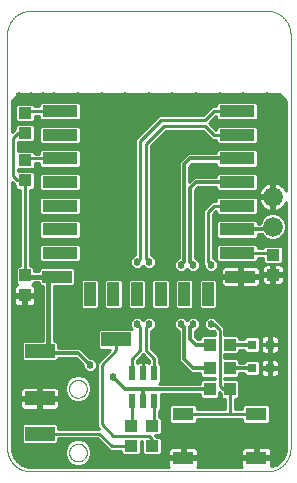
<source format=gtl>
G75*
%MOIN*%
%OFA0B0*%
%FSLAX25Y25*%
%IPPOS*%
%LPD*%
%AMOC8*
5,1,8,0,0,1.08239X$1,22.5*
%
%ADD10C,0.00000*%
%ADD11R,0.03937X0.04331*%
%ADD12R,0.03150X0.03150*%
%ADD13R,0.07087X0.04331*%
%ADD14R,0.02362X0.04724*%
%ADD15R,0.09843X0.04724*%
%ADD16R,0.04331X0.03937*%
%ADD17R,0.03937X0.07874*%
%ADD18R,0.09843X0.03937*%
%ADD19R,0.11811X0.03937*%
%ADD20C,0.06600*%
%ADD21C,0.01000*%
%ADD22C,0.02460*%
%ADD23C,0.01600*%
%ADD24C,0.01200*%
D10*
X0009971Y0009124D02*
X0088711Y0009124D01*
X0088901Y0009126D01*
X0089091Y0009133D01*
X0089281Y0009145D01*
X0089471Y0009161D01*
X0089660Y0009181D01*
X0089849Y0009207D01*
X0090037Y0009236D01*
X0090224Y0009271D01*
X0090410Y0009310D01*
X0090595Y0009353D01*
X0090780Y0009401D01*
X0090963Y0009453D01*
X0091144Y0009509D01*
X0091324Y0009570D01*
X0091503Y0009636D01*
X0091680Y0009705D01*
X0091856Y0009779D01*
X0092029Y0009857D01*
X0092201Y0009940D01*
X0092370Y0010026D01*
X0092538Y0010116D01*
X0092703Y0010211D01*
X0092866Y0010309D01*
X0093026Y0010412D01*
X0093184Y0010518D01*
X0093339Y0010628D01*
X0093492Y0010741D01*
X0093642Y0010859D01*
X0093788Y0010980D01*
X0093932Y0011104D01*
X0094073Y0011232D01*
X0094211Y0011363D01*
X0094346Y0011498D01*
X0094477Y0011636D01*
X0094605Y0011777D01*
X0094729Y0011921D01*
X0094850Y0012067D01*
X0094968Y0012217D01*
X0095081Y0012370D01*
X0095191Y0012525D01*
X0095297Y0012683D01*
X0095400Y0012843D01*
X0095498Y0013006D01*
X0095593Y0013171D01*
X0095683Y0013339D01*
X0095769Y0013508D01*
X0095852Y0013680D01*
X0095930Y0013853D01*
X0096004Y0014029D01*
X0096073Y0014206D01*
X0096139Y0014385D01*
X0096200Y0014565D01*
X0096256Y0014746D01*
X0096308Y0014929D01*
X0096356Y0015114D01*
X0096399Y0015299D01*
X0096438Y0015485D01*
X0096473Y0015672D01*
X0096502Y0015860D01*
X0096528Y0016049D01*
X0096548Y0016238D01*
X0096564Y0016428D01*
X0096576Y0016618D01*
X0096583Y0016808D01*
X0096585Y0016998D01*
X0096585Y0154793D01*
X0096583Y0154983D01*
X0096576Y0155173D01*
X0096564Y0155363D01*
X0096548Y0155553D01*
X0096528Y0155742D01*
X0096502Y0155931D01*
X0096473Y0156119D01*
X0096438Y0156306D01*
X0096399Y0156492D01*
X0096356Y0156677D01*
X0096308Y0156862D01*
X0096256Y0157045D01*
X0096200Y0157226D01*
X0096139Y0157406D01*
X0096073Y0157585D01*
X0096004Y0157762D01*
X0095930Y0157938D01*
X0095852Y0158111D01*
X0095769Y0158283D01*
X0095683Y0158452D01*
X0095593Y0158620D01*
X0095498Y0158785D01*
X0095400Y0158948D01*
X0095297Y0159108D01*
X0095191Y0159266D01*
X0095081Y0159421D01*
X0094968Y0159574D01*
X0094850Y0159724D01*
X0094729Y0159870D01*
X0094605Y0160014D01*
X0094477Y0160155D01*
X0094346Y0160293D01*
X0094211Y0160428D01*
X0094073Y0160559D01*
X0093932Y0160687D01*
X0093788Y0160811D01*
X0093642Y0160932D01*
X0093492Y0161050D01*
X0093339Y0161163D01*
X0093184Y0161273D01*
X0093026Y0161379D01*
X0092866Y0161482D01*
X0092703Y0161580D01*
X0092538Y0161675D01*
X0092370Y0161765D01*
X0092201Y0161851D01*
X0092029Y0161934D01*
X0091856Y0162012D01*
X0091680Y0162086D01*
X0091503Y0162155D01*
X0091324Y0162221D01*
X0091144Y0162282D01*
X0090963Y0162338D01*
X0090780Y0162390D01*
X0090595Y0162438D01*
X0090410Y0162481D01*
X0090224Y0162520D01*
X0090037Y0162555D01*
X0089849Y0162584D01*
X0089660Y0162610D01*
X0089471Y0162630D01*
X0089281Y0162646D01*
X0089091Y0162658D01*
X0088901Y0162665D01*
X0088711Y0162667D01*
X0009971Y0162667D01*
X0009781Y0162665D01*
X0009591Y0162658D01*
X0009401Y0162646D01*
X0009211Y0162630D01*
X0009022Y0162610D01*
X0008833Y0162584D01*
X0008645Y0162555D01*
X0008458Y0162520D01*
X0008272Y0162481D01*
X0008087Y0162438D01*
X0007902Y0162390D01*
X0007719Y0162338D01*
X0007538Y0162282D01*
X0007358Y0162221D01*
X0007179Y0162155D01*
X0007002Y0162086D01*
X0006826Y0162012D01*
X0006653Y0161934D01*
X0006481Y0161851D01*
X0006312Y0161765D01*
X0006144Y0161675D01*
X0005979Y0161580D01*
X0005816Y0161482D01*
X0005656Y0161379D01*
X0005498Y0161273D01*
X0005343Y0161163D01*
X0005190Y0161050D01*
X0005040Y0160932D01*
X0004894Y0160811D01*
X0004750Y0160687D01*
X0004609Y0160559D01*
X0004471Y0160428D01*
X0004336Y0160293D01*
X0004205Y0160155D01*
X0004077Y0160014D01*
X0003953Y0159870D01*
X0003832Y0159724D01*
X0003714Y0159574D01*
X0003601Y0159421D01*
X0003491Y0159266D01*
X0003385Y0159108D01*
X0003282Y0158948D01*
X0003184Y0158785D01*
X0003089Y0158620D01*
X0002999Y0158452D01*
X0002913Y0158283D01*
X0002830Y0158111D01*
X0002752Y0157938D01*
X0002678Y0157762D01*
X0002609Y0157585D01*
X0002543Y0157406D01*
X0002482Y0157226D01*
X0002426Y0157045D01*
X0002374Y0156862D01*
X0002326Y0156677D01*
X0002283Y0156492D01*
X0002244Y0156306D01*
X0002209Y0156119D01*
X0002180Y0155931D01*
X0002154Y0155742D01*
X0002134Y0155553D01*
X0002118Y0155363D01*
X0002106Y0155173D01*
X0002099Y0154983D01*
X0002097Y0154793D01*
X0002097Y0016998D01*
X0002099Y0016808D01*
X0002106Y0016618D01*
X0002118Y0016428D01*
X0002134Y0016238D01*
X0002154Y0016049D01*
X0002180Y0015860D01*
X0002209Y0015672D01*
X0002244Y0015485D01*
X0002283Y0015299D01*
X0002326Y0015114D01*
X0002374Y0014929D01*
X0002426Y0014746D01*
X0002482Y0014565D01*
X0002543Y0014385D01*
X0002609Y0014206D01*
X0002678Y0014029D01*
X0002752Y0013853D01*
X0002830Y0013680D01*
X0002913Y0013508D01*
X0002999Y0013339D01*
X0003089Y0013171D01*
X0003184Y0013006D01*
X0003282Y0012843D01*
X0003385Y0012683D01*
X0003491Y0012525D01*
X0003601Y0012370D01*
X0003714Y0012217D01*
X0003832Y0012067D01*
X0003953Y0011921D01*
X0004077Y0011777D01*
X0004205Y0011636D01*
X0004336Y0011498D01*
X0004471Y0011363D01*
X0004609Y0011232D01*
X0004750Y0011104D01*
X0004894Y0010980D01*
X0005040Y0010859D01*
X0005190Y0010741D01*
X0005343Y0010628D01*
X0005498Y0010518D01*
X0005656Y0010412D01*
X0005816Y0010309D01*
X0005979Y0010211D01*
X0006144Y0010116D01*
X0006312Y0010026D01*
X0006481Y0009940D01*
X0006653Y0009857D01*
X0006826Y0009779D01*
X0007002Y0009705D01*
X0007179Y0009636D01*
X0007358Y0009570D01*
X0007538Y0009509D01*
X0007719Y0009453D01*
X0007902Y0009401D01*
X0008087Y0009353D01*
X0008272Y0009310D01*
X0008458Y0009271D01*
X0008645Y0009236D01*
X0008833Y0009207D01*
X0009022Y0009181D01*
X0009211Y0009161D01*
X0009401Y0009145D01*
X0009591Y0009133D01*
X0009781Y0009126D01*
X0009971Y0009124D01*
X0022766Y0015423D02*
X0022768Y0015531D01*
X0022774Y0015640D01*
X0022784Y0015748D01*
X0022798Y0015855D01*
X0022816Y0015962D01*
X0022837Y0016069D01*
X0022863Y0016174D01*
X0022893Y0016279D01*
X0022926Y0016382D01*
X0022963Y0016484D01*
X0023004Y0016584D01*
X0023048Y0016683D01*
X0023097Y0016781D01*
X0023148Y0016876D01*
X0023203Y0016969D01*
X0023262Y0017061D01*
X0023324Y0017150D01*
X0023389Y0017237D01*
X0023457Y0017321D01*
X0023528Y0017403D01*
X0023602Y0017482D01*
X0023679Y0017558D01*
X0023759Y0017632D01*
X0023842Y0017702D01*
X0023927Y0017770D01*
X0024014Y0017834D01*
X0024104Y0017895D01*
X0024196Y0017953D01*
X0024290Y0018007D01*
X0024386Y0018058D01*
X0024483Y0018105D01*
X0024583Y0018149D01*
X0024684Y0018189D01*
X0024786Y0018225D01*
X0024889Y0018257D01*
X0024994Y0018286D01*
X0025100Y0018310D01*
X0025206Y0018331D01*
X0025313Y0018348D01*
X0025421Y0018361D01*
X0025529Y0018370D01*
X0025638Y0018375D01*
X0025746Y0018376D01*
X0025855Y0018373D01*
X0025963Y0018366D01*
X0026071Y0018355D01*
X0026178Y0018340D01*
X0026285Y0018321D01*
X0026391Y0018298D01*
X0026496Y0018272D01*
X0026601Y0018241D01*
X0026703Y0018207D01*
X0026805Y0018169D01*
X0026905Y0018127D01*
X0027004Y0018082D01*
X0027101Y0018033D01*
X0027195Y0017980D01*
X0027288Y0017924D01*
X0027379Y0017865D01*
X0027468Y0017802D01*
X0027554Y0017737D01*
X0027638Y0017668D01*
X0027719Y0017596D01*
X0027797Y0017521D01*
X0027873Y0017443D01*
X0027946Y0017362D01*
X0028016Y0017279D01*
X0028082Y0017194D01*
X0028146Y0017106D01*
X0028206Y0017015D01*
X0028263Y0016923D01*
X0028316Y0016828D01*
X0028366Y0016732D01*
X0028412Y0016634D01*
X0028455Y0016534D01*
X0028494Y0016433D01*
X0028529Y0016330D01*
X0028561Y0016227D01*
X0028588Y0016122D01*
X0028612Y0016016D01*
X0028632Y0015909D01*
X0028648Y0015802D01*
X0028660Y0015694D01*
X0028668Y0015586D01*
X0028672Y0015477D01*
X0028672Y0015369D01*
X0028668Y0015260D01*
X0028660Y0015152D01*
X0028648Y0015044D01*
X0028632Y0014937D01*
X0028612Y0014830D01*
X0028588Y0014724D01*
X0028561Y0014619D01*
X0028529Y0014516D01*
X0028494Y0014413D01*
X0028455Y0014312D01*
X0028412Y0014212D01*
X0028366Y0014114D01*
X0028316Y0014018D01*
X0028263Y0013923D01*
X0028206Y0013831D01*
X0028146Y0013740D01*
X0028082Y0013652D01*
X0028016Y0013567D01*
X0027946Y0013484D01*
X0027873Y0013403D01*
X0027797Y0013325D01*
X0027719Y0013250D01*
X0027638Y0013178D01*
X0027554Y0013109D01*
X0027468Y0013044D01*
X0027379Y0012981D01*
X0027288Y0012922D01*
X0027196Y0012866D01*
X0027101Y0012813D01*
X0027004Y0012764D01*
X0026905Y0012719D01*
X0026805Y0012677D01*
X0026703Y0012639D01*
X0026601Y0012605D01*
X0026496Y0012574D01*
X0026391Y0012548D01*
X0026285Y0012525D01*
X0026178Y0012506D01*
X0026071Y0012491D01*
X0025963Y0012480D01*
X0025855Y0012473D01*
X0025746Y0012470D01*
X0025638Y0012471D01*
X0025529Y0012476D01*
X0025421Y0012485D01*
X0025313Y0012498D01*
X0025206Y0012515D01*
X0025100Y0012536D01*
X0024994Y0012560D01*
X0024889Y0012589D01*
X0024786Y0012621D01*
X0024684Y0012657D01*
X0024583Y0012697D01*
X0024483Y0012741D01*
X0024386Y0012788D01*
X0024290Y0012839D01*
X0024196Y0012893D01*
X0024104Y0012951D01*
X0024014Y0013012D01*
X0023927Y0013076D01*
X0023842Y0013144D01*
X0023759Y0013214D01*
X0023679Y0013288D01*
X0023602Y0013364D01*
X0023528Y0013443D01*
X0023457Y0013525D01*
X0023389Y0013609D01*
X0023324Y0013696D01*
X0023262Y0013785D01*
X0023203Y0013877D01*
X0023148Y0013970D01*
X0023097Y0014065D01*
X0023048Y0014163D01*
X0023004Y0014262D01*
X0022963Y0014362D01*
X0022926Y0014464D01*
X0022893Y0014567D01*
X0022863Y0014672D01*
X0022837Y0014777D01*
X0022816Y0014884D01*
X0022798Y0014991D01*
X0022784Y0015098D01*
X0022774Y0015206D01*
X0022768Y0015315D01*
X0022766Y0015423D01*
X0022766Y0036683D02*
X0022768Y0036791D01*
X0022774Y0036900D01*
X0022784Y0037008D01*
X0022798Y0037115D01*
X0022816Y0037222D01*
X0022837Y0037329D01*
X0022863Y0037434D01*
X0022893Y0037539D01*
X0022926Y0037642D01*
X0022963Y0037744D01*
X0023004Y0037844D01*
X0023048Y0037943D01*
X0023097Y0038041D01*
X0023148Y0038136D01*
X0023203Y0038229D01*
X0023262Y0038321D01*
X0023324Y0038410D01*
X0023389Y0038497D01*
X0023457Y0038581D01*
X0023528Y0038663D01*
X0023602Y0038742D01*
X0023679Y0038818D01*
X0023759Y0038892D01*
X0023842Y0038962D01*
X0023927Y0039030D01*
X0024014Y0039094D01*
X0024104Y0039155D01*
X0024196Y0039213D01*
X0024290Y0039267D01*
X0024386Y0039318D01*
X0024483Y0039365D01*
X0024583Y0039409D01*
X0024684Y0039449D01*
X0024786Y0039485D01*
X0024889Y0039517D01*
X0024994Y0039546D01*
X0025100Y0039570D01*
X0025206Y0039591D01*
X0025313Y0039608D01*
X0025421Y0039621D01*
X0025529Y0039630D01*
X0025638Y0039635D01*
X0025746Y0039636D01*
X0025855Y0039633D01*
X0025963Y0039626D01*
X0026071Y0039615D01*
X0026178Y0039600D01*
X0026285Y0039581D01*
X0026391Y0039558D01*
X0026496Y0039532D01*
X0026601Y0039501D01*
X0026703Y0039467D01*
X0026805Y0039429D01*
X0026905Y0039387D01*
X0027004Y0039342D01*
X0027101Y0039293D01*
X0027195Y0039240D01*
X0027288Y0039184D01*
X0027379Y0039125D01*
X0027468Y0039062D01*
X0027554Y0038997D01*
X0027638Y0038928D01*
X0027719Y0038856D01*
X0027797Y0038781D01*
X0027873Y0038703D01*
X0027946Y0038622D01*
X0028016Y0038539D01*
X0028082Y0038454D01*
X0028146Y0038366D01*
X0028206Y0038275D01*
X0028263Y0038183D01*
X0028316Y0038088D01*
X0028366Y0037992D01*
X0028412Y0037894D01*
X0028455Y0037794D01*
X0028494Y0037693D01*
X0028529Y0037590D01*
X0028561Y0037487D01*
X0028588Y0037382D01*
X0028612Y0037276D01*
X0028632Y0037169D01*
X0028648Y0037062D01*
X0028660Y0036954D01*
X0028668Y0036846D01*
X0028672Y0036737D01*
X0028672Y0036629D01*
X0028668Y0036520D01*
X0028660Y0036412D01*
X0028648Y0036304D01*
X0028632Y0036197D01*
X0028612Y0036090D01*
X0028588Y0035984D01*
X0028561Y0035879D01*
X0028529Y0035776D01*
X0028494Y0035673D01*
X0028455Y0035572D01*
X0028412Y0035472D01*
X0028366Y0035374D01*
X0028316Y0035278D01*
X0028263Y0035183D01*
X0028206Y0035091D01*
X0028146Y0035000D01*
X0028082Y0034912D01*
X0028016Y0034827D01*
X0027946Y0034744D01*
X0027873Y0034663D01*
X0027797Y0034585D01*
X0027719Y0034510D01*
X0027638Y0034438D01*
X0027554Y0034369D01*
X0027468Y0034304D01*
X0027379Y0034241D01*
X0027288Y0034182D01*
X0027196Y0034126D01*
X0027101Y0034073D01*
X0027004Y0034024D01*
X0026905Y0033979D01*
X0026805Y0033937D01*
X0026703Y0033899D01*
X0026601Y0033865D01*
X0026496Y0033834D01*
X0026391Y0033808D01*
X0026285Y0033785D01*
X0026178Y0033766D01*
X0026071Y0033751D01*
X0025963Y0033740D01*
X0025855Y0033733D01*
X0025746Y0033730D01*
X0025638Y0033731D01*
X0025529Y0033736D01*
X0025421Y0033745D01*
X0025313Y0033758D01*
X0025206Y0033775D01*
X0025100Y0033796D01*
X0024994Y0033820D01*
X0024889Y0033849D01*
X0024786Y0033881D01*
X0024684Y0033917D01*
X0024583Y0033957D01*
X0024483Y0034001D01*
X0024386Y0034048D01*
X0024290Y0034099D01*
X0024196Y0034153D01*
X0024104Y0034211D01*
X0024014Y0034272D01*
X0023927Y0034336D01*
X0023842Y0034404D01*
X0023759Y0034474D01*
X0023679Y0034548D01*
X0023602Y0034624D01*
X0023528Y0034703D01*
X0023457Y0034785D01*
X0023389Y0034869D01*
X0023324Y0034956D01*
X0023262Y0035045D01*
X0023203Y0035137D01*
X0023148Y0035230D01*
X0023097Y0035325D01*
X0023048Y0035423D01*
X0023004Y0035522D01*
X0022963Y0035622D01*
X0022926Y0035724D01*
X0022893Y0035827D01*
X0022863Y0035932D01*
X0022837Y0036037D01*
X0022816Y0036144D01*
X0022798Y0036251D01*
X0022784Y0036358D01*
X0022774Y0036466D01*
X0022768Y0036575D01*
X0022766Y0036683D01*
D11*
X0008003Y0067785D03*
X0008003Y0074478D03*
X0069617Y0051447D03*
X0069617Y0043573D03*
X0069617Y0036683D03*
X0076310Y0036683D03*
X0076310Y0043573D03*
X0076310Y0051447D03*
D12*
X0083790Y0051447D03*
X0083790Y0043573D03*
X0089696Y0043573D03*
X0089696Y0051447D03*
D13*
X0085168Y0028219D03*
X0085168Y0013652D03*
X0060759Y0013652D03*
X0060759Y0028219D03*
D14*
X0051113Y0032746D03*
X0047373Y0032746D03*
X0043633Y0032746D03*
X0043633Y0041801D03*
X0047373Y0041801D03*
X0051113Y0041801D03*
D15*
X0038515Y0053219D03*
X0012924Y0049281D03*
X0012924Y0033533D03*
X0012924Y0021722D03*
D16*
X0043436Y0024281D03*
X0043436Y0017589D03*
X0050326Y0017589D03*
X0050326Y0024281D03*
X0090680Y0074675D03*
X0090680Y0081368D03*
X0008003Y0106171D03*
X0008003Y0112864D03*
X0008003Y0121919D03*
X0008003Y0128612D03*
D17*
X0029656Y0068179D03*
X0037530Y0068179D03*
X0045404Y0068179D03*
X0053278Y0068179D03*
X0061152Y0068179D03*
X0069026Y0068179D03*
D18*
X0079853Y0074085D03*
X0018830Y0074085D03*
D19*
X0019814Y0081959D03*
X0019814Y0089833D03*
X0019814Y0097707D03*
X0019814Y0105581D03*
X0019814Y0113455D03*
X0019814Y0121329D03*
X0019814Y0129203D03*
X0078869Y0129203D03*
X0078869Y0121329D03*
X0078869Y0113455D03*
X0078869Y0105581D03*
X0078869Y0097707D03*
X0078869Y0089833D03*
X0078869Y0081959D03*
D20*
X0090680Y0090738D03*
X0090680Y0100738D03*
D21*
X0007078Y0011319D02*
X0005464Y0012491D01*
X0004292Y0014104D01*
X0003676Y0016001D01*
X0003597Y0016998D01*
X0003597Y0105755D01*
X0003844Y0105509D01*
X0003844Y0105509D01*
X0004737Y0104615D01*
X0004737Y0103747D01*
X0005382Y0103103D01*
X0006403Y0103103D01*
X0006403Y0077744D01*
X0005579Y0077744D01*
X0004934Y0077099D01*
X0004934Y0071857D01*
X0005448Y0071344D01*
X0005113Y0071151D01*
X0004834Y0070872D01*
X0004636Y0070530D01*
X0004534Y0070148D01*
X0004534Y0068270D01*
X0007518Y0068270D01*
X0007518Y0067301D01*
X0004534Y0067301D01*
X0004534Y0065423D01*
X0004636Y0065041D01*
X0004834Y0064699D01*
X0005113Y0064420D01*
X0005455Y0064222D01*
X0005837Y0064120D01*
X0007518Y0064120D01*
X0007518Y0067301D01*
X0008487Y0067301D01*
X0008487Y0064120D01*
X0010169Y0064120D01*
X0010550Y0064222D01*
X0010892Y0064420D01*
X0011172Y0064699D01*
X0011369Y0065041D01*
X0011471Y0065423D01*
X0011471Y0067301D01*
X0008487Y0067301D01*
X0008487Y0068270D01*
X0011471Y0068270D01*
X0011471Y0070148D01*
X0011369Y0070530D01*
X0011172Y0070872D01*
X0010892Y0071151D01*
X0010558Y0071344D01*
X0011071Y0071857D01*
X0011071Y0072185D01*
X0012808Y0072185D01*
X0012808Y0071660D01*
X0013453Y0071016D01*
X0013977Y0071016D01*
X0013977Y0052744D01*
X0007547Y0052744D01*
X0006903Y0052099D01*
X0006903Y0046464D01*
X0007547Y0045819D01*
X0018301Y0045819D01*
X0018945Y0046464D01*
X0018945Y0046794D01*
X0025015Y0046794D01*
X0027326Y0044483D01*
X0027326Y0043592D01*
X0028691Y0042227D01*
X0030621Y0042227D01*
X0031986Y0043592D01*
X0031986Y0045522D01*
X0030621Y0046887D01*
X0029731Y0046887D01*
X0027419Y0049198D01*
X0026423Y0050194D01*
X0018945Y0050194D01*
X0018945Y0052099D01*
X0018301Y0052744D01*
X0017777Y0052744D01*
X0017777Y0071016D01*
X0024206Y0071016D01*
X0024851Y0071660D01*
X0024851Y0076509D01*
X0024206Y0077153D01*
X0013453Y0077153D01*
X0012808Y0076509D01*
X0012808Y0075985D01*
X0011071Y0075985D01*
X0011071Y0077099D01*
X0010427Y0077744D01*
X0009603Y0077744D01*
X0009603Y0103103D01*
X0010624Y0103103D01*
X0011268Y0103747D01*
X0011268Y0108595D01*
X0010624Y0109240D01*
X0005666Y0109240D01*
X0005666Y0109796D01*
X0010624Y0109796D01*
X0011268Y0110440D01*
X0011268Y0111855D01*
X0012808Y0111855D01*
X0012808Y0111031D01*
X0013453Y0110386D01*
X0026175Y0110386D01*
X0026819Y0111031D01*
X0026819Y0115879D01*
X0026175Y0116523D01*
X0013453Y0116523D01*
X0012808Y0115879D01*
X0012808Y0115055D01*
X0011268Y0115055D01*
X0011268Y0115288D01*
X0010624Y0115933D01*
X0005666Y0115933D01*
X0005666Y0118851D01*
X0010624Y0118851D01*
X0011268Y0119495D01*
X0011268Y0124343D01*
X0010624Y0124988D01*
X0005382Y0124988D01*
X0004737Y0124343D01*
X0004737Y0123279D01*
X0003597Y0122139D01*
X0003597Y0132671D01*
X0006034Y0135108D01*
X0092648Y0135108D01*
X0095085Y0132671D01*
X0095085Y0102665D01*
X0094785Y0103254D01*
X0094341Y0103865D01*
X0093807Y0104399D01*
X0093196Y0104844D01*
X0092522Y0105187D01*
X0091804Y0105420D01*
X0091164Y0105521D01*
X0091164Y0101223D01*
X0090196Y0101223D01*
X0090196Y0105521D01*
X0089556Y0105420D01*
X0088837Y0105187D01*
X0088164Y0104844D01*
X0087553Y0104399D01*
X0087019Y0103865D01*
X0086575Y0103254D01*
X0086232Y0102581D01*
X0085998Y0101862D01*
X0085897Y0101222D01*
X0090196Y0101222D01*
X0090196Y0100254D01*
X0091164Y0100254D01*
X0091164Y0095955D01*
X0091804Y0096056D01*
X0092522Y0096290D01*
X0093196Y0096633D01*
X0093807Y0097077D01*
X0094341Y0097611D01*
X0094785Y0098222D01*
X0095085Y0098812D01*
X0095085Y0016998D01*
X0095007Y0016001D01*
X0094391Y0014104D01*
X0093219Y0012491D01*
X0091605Y0011319D01*
X0090056Y0010815D01*
X0090109Y0010907D01*
X0090211Y0011289D01*
X0090211Y0013152D01*
X0085668Y0013152D01*
X0085668Y0014152D01*
X0084668Y0014152D01*
X0084668Y0017317D01*
X0081427Y0017317D01*
X0081046Y0017215D01*
X0080704Y0017017D01*
X0080425Y0016738D01*
X0080227Y0016396D01*
X0080125Y0016014D01*
X0080125Y0014152D01*
X0084668Y0014152D01*
X0084668Y0013152D01*
X0080125Y0013152D01*
X0080125Y0011289D01*
X0080227Y0010907D01*
X0080391Y0010624D01*
X0065536Y0010624D01*
X0065700Y0010907D01*
X0065802Y0011289D01*
X0065802Y0013152D01*
X0061259Y0013152D01*
X0061259Y0014152D01*
X0060259Y0014152D01*
X0060259Y0017317D01*
X0057018Y0017317D01*
X0056636Y0017215D01*
X0056294Y0017017D01*
X0056015Y0016738D01*
X0055818Y0016396D01*
X0055715Y0016014D01*
X0055715Y0014152D01*
X0060259Y0014152D01*
X0060259Y0013152D01*
X0055715Y0013152D01*
X0055715Y0011289D01*
X0055818Y0010907D01*
X0055981Y0010624D01*
X0009971Y0010624D01*
X0008974Y0010702D01*
X0007078Y0011319D01*
X0007686Y0011121D02*
X0024470Y0011121D01*
X0024834Y0010970D02*
X0023197Y0011648D01*
X0021944Y0012901D01*
X0021267Y0014538D01*
X0021267Y0016309D01*
X0021944Y0017946D01*
X0023197Y0019198D01*
X0024834Y0019876D01*
X0026605Y0019876D01*
X0028242Y0019198D01*
X0029494Y0017946D01*
X0030172Y0016309D01*
X0030172Y0014538D01*
X0029494Y0012901D01*
X0028242Y0011648D01*
X0026605Y0010970D01*
X0024834Y0010970D01*
X0026968Y0011121D02*
X0055760Y0011121D01*
X0055715Y0012120D02*
X0028713Y0012120D01*
X0029584Y0013118D02*
X0055715Y0013118D01*
X0055715Y0015115D02*
X0053542Y0015115D01*
X0053591Y0015164D02*
X0053591Y0020013D01*
X0052947Y0020657D01*
X0051882Y0020657D01*
X0051326Y0021213D01*
X0052947Y0021213D01*
X0053591Y0021857D01*
X0053591Y0026706D01*
X0052947Y0027350D01*
X0052713Y0027350D01*
X0052713Y0029284D01*
X0052750Y0029284D01*
X0053394Y0029928D01*
X0053394Y0034983D01*
X0066548Y0034983D01*
X0066548Y0034062D01*
X0067193Y0033418D01*
X0072041Y0033418D01*
X0072685Y0034062D01*
X0072685Y0035683D01*
X0073241Y0035127D01*
X0073241Y0034062D01*
X0073886Y0033418D01*
X0074710Y0033418D01*
X0074710Y0029818D01*
X0065402Y0029818D01*
X0065402Y0030839D01*
X0064758Y0031484D01*
X0056760Y0031484D01*
X0056115Y0030839D01*
X0056115Y0025598D01*
X0056760Y0024953D01*
X0064758Y0024953D01*
X0065402Y0025598D01*
X0065402Y0026619D01*
X0080525Y0026619D01*
X0080525Y0025598D01*
X0081169Y0024953D01*
X0089167Y0024953D01*
X0089811Y0025598D01*
X0089811Y0030839D01*
X0089167Y0031484D01*
X0081169Y0031484D01*
X0080525Y0030839D01*
X0080525Y0029818D01*
X0077910Y0029818D01*
X0077910Y0033418D01*
X0078734Y0033418D01*
X0079378Y0034062D01*
X0079378Y0039304D01*
X0078734Y0039948D01*
X0074563Y0039948D01*
X0074563Y0040307D01*
X0078734Y0040307D01*
X0079378Y0040952D01*
X0079378Y0041873D01*
X0081115Y0041873D01*
X0081115Y0041542D01*
X0081760Y0040898D01*
X0085821Y0040898D01*
X0086465Y0041542D01*
X0086465Y0045603D01*
X0085821Y0046248D01*
X0081760Y0046248D01*
X0081115Y0045603D01*
X0081115Y0045273D01*
X0079378Y0045273D01*
X0079378Y0046194D01*
X0078734Y0046838D01*
X0074563Y0046838D01*
X0074563Y0048181D01*
X0078734Y0048181D01*
X0079378Y0048826D01*
X0079378Y0049747D01*
X0081115Y0049747D01*
X0081115Y0049416D01*
X0081760Y0048772D01*
X0085821Y0048772D01*
X0086465Y0049416D01*
X0086465Y0053477D01*
X0085821Y0054122D01*
X0081760Y0054122D01*
X0081115Y0053477D01*
X0081115Y0053147D01*
X0079378Y0053147D01*
X0079378Y0054068D01*
X0078734Y0054712D01*
X0074563Y0054712D01*
X0074563Y0057031D01*
X0073626Y0057968D01*
X0072341Y0059254D01*
X0072341Y0059302D01*
X0070976Y0060667D01*
X0069046Y0060667D01*
X0067681Y0059302D01*
X0067681Y0057372D01*
X0069046Y0056007D01*
X0070976Y0056007D01*
X0071019Y0056050D01*
X0071363Y0055705D01*
X0071363Y0054712D01*
X0067193Y0054712D01*
X0066548Y0054068D01*
X0066548Y0053147D01*
X0065794Y0053147D01*
X0064821Y0054120D01*
X0064821Y0056007D01*
X0065070Y0056007D01*
X0066435Y0057372D01*
X0066435Y0059302D01*
X0065070Y0060667D01*
X0063140Y0060667D01*
X0062137Y0059663D01*
X0061133Y0060667D01*
X0059203Y0060667D01*
X0057838Y0059302D01*
X0057838Y0057372D01*
X0059203Y0056007D01*
X0059452Y0056007D01*
X0059452Y0045821D01*
X0062405Y0042869D01*
X0063401Y0041873D01*
X0066548Y0041873D01*
X0066548Y0040952D01*
X0067193Y0040307D01*
X0071363Y0040307D01*
X0071363Y0039948D01*
X0067193Y0039948D01*
X0066548Y0039304D01*
X0066548Y0038383D01*
X0052794Y0038383D01*
X0053394Y0038983D01*
X0053394Y0044619D01*
X0052750Y0045263D01*
X0052713Y0045263D01*
X0052713Y0047385D01*
X0049957Y0050141D01*
X0049957Y0056007D01*
X0050306Y0056007D01*
X0051671Y0057372D01*
X0051671Y0059302D01*
X0050306Y0060667D01*
X0048376Y0060667D01*
X0047373Y0059663D01*
X0046369Y0060667D01*
X0044439Y0060667D01*
X0043074Y0059302D01*
X0043074Y0057372D01*
X0043765Y0056681D01*
X0033138Y0056681D01*
X0032493Y0056036D01*
X0032493Y0050401D01*
X0033138Y0049756D01*
X0036530Y0049756D01*
X0032931Y0046157D01*
X0031993Y0045220D01*
X0031993Y0024209D01*
X0032880Y0023322D01*
X0018945Y0023322D01*
X0018945Y0024540D01*
X0018301Y0025185D01*
X0007547Y0025185D01*
X0006903Y0024540D01*
X0006903Y0018905D01*
X0007547Y0018260D01*
X0018301Y0018260D01*
X0018945Y0018905D01*
X0018945Y0020122D01*
X0032143Y0020122D01*
X0036277Y0015989D01*
X0040170Y0015989D01*
X0040170Y0015164D01*
X0040815Y0014520D01*
X0046057Y0014520D01*
X0046701Y0015164D01*
X0046701Y0019335D01*
X0047060Y0019335D01*
X0047060Y0015164D01*
X0047705Y0014520D01*
X0052947Y0014520D01*
X0053591Y0015164D01*
X0053591Y0016114D02*
X0055742Y0016114D01*
X0056459Y0017112D02*
X0053591Y0017112D01*
X0053591Y0018111D02*
X0095085Y0018111D01*
X0095085Y0019109D02*
X0053591Y0019109D01*
X0053496Y0020108D02*
X0095085Y0020108D01*
X0095085Y0021106D02*
X0051433Y0021106D01*
X0050326Y0019951D02*
X0049341Y0020935D01*
X0037530Y0020935D01*
X0033593Y0024872D01*
X0033593Y0044557D01*
X0038515Y0049478D01*
X0038515Y0053219D01*
X0035838Y0049064D02*
X0027553Y0049064D01*
X0028552Y0048066D02*
X0034839Y0048066D01*
X0033841Y0047067D02*
X0029550Y0047067D01*
X0031439Y0046069D02*
X0032842Y0046069D01*
X0031993Y0045070D02*
X0031986Y0045070D01*
X0031986Y0044072D02*
X0031993Y0044072D01*
X0031993Y0043073D02*
X0031468Y0043073D01*
X0031993Y0042075D02*
X0003597Y0042075D01*
X0003597Y0043073D02*
X0027845Y0043073D01*
X0027326Y0044072D02*
X0003597Y0044072D01*
X0003597Y0045070D02*
X0026739Y0045070D01*
X0025740Y0046069D02*
X0018551Y0046069D01*
X0018945Y0051061D02*
X0032493Y0051061D01*
X0032493Y0052060D02*
X0018945Y0052060D01*
X0017777Y0053059D02*
X0032493Y0053059D01*
X0032493Y0054057D02*
X0017777Y0054057D01*
X0017777Y0055056D02*
X0032493Y0055056D01*
X0032511Y0056054D02*
X0017777Y0056054D01*
X0017777Y0057053D02*
X0043393Y0057053D01*
X0043074Y0058051D02*
X0017777Y0058051D01*
X0017777Y0059050D02*
X0043074Y0059050D01*
X0043821Y0060048D02*
X0017777Y0060048D01*
X0017777Y0061047D02*
X0095085Y0061047D01*
X0095085Y0062045D02*
X0017777Y0062045D01*
X0017777Y0063044D02*
X0095085Y0063044D01*
X0095085Y0064042D02*
X0072095Y0064042D01*
X0072095Y0063786D02*
X0072095Y0072572D01*
X0071451Y0073216D01*
X0066602Y0073216D01*
X0065958Y0072572D01*
X0065958Y0063786D01*
X0066602Y0063142D01*
X0071451Y0063142D01*
X0072095Y0063786D01*
X0072095Y0065041D02*
X0095085Y0065041D01*
X0095085Y0066039D02*
X0072095Y0066039D01*
X0072095Y0067038D02*
X0095085Y0067038D01*
X0095085Y0068036D02*
X0072095Y0068036D01*
X0072095Y0069035D02*
X0095085Y0069035D01*
X0095085Y0070033D02*
X0072095Y0070033D01*
X0072095Y0071032D02*
X0073895Y0071032D01*
X0074011Y0070916D02*
X0074353Y0070718D01*
X0074734Y0070616D01*
X0079369Y0070616D01*
X0079369Y0073600D01*
X0080337Y0073600D01*
X0080337Y0070616D01*
X0084972Y0070616D01*
X0085353Y0070718D01*
X0085695Y0070916D01*
X0085975Y0071195D01*
X0086172Y0071537D01*
X0086274Y0071919D01*
X0086274Y0073600D01*
X0080337Y0073600D01*
X0080337Y0074569D01*
X0079369Y0074569D01*
X0079369Y0077553D01*
X0074734Y0077553D01*
X0074353Y0077451D01*
X0074011Y0077253D01*
X0073732Y0076974D01*
X0073534Y0076632D01*
X0073432Y0076251D01*
X0073432Y0074569D01*
X0079369Y0074569D01*
X0079369Y0073600D01*
X0073432Y0073600D01*
X0073432Y0071919D01*
X0073534Y0071537D01*
X0073732Y0071195D01*
X0074011Y0070916D01*
X0073432Y0072030D02*
X0072095Y0072030D01*
X0071638Y0073029D02*
X0073432Y0073029D01*
X0073432Y0075026D02*
X0024851Y0075026D01*
X0024851Y0076024D02*
X0058870Y0076024D01*
X0059203Y0075692D02*
X0061133Y0075692D01*
X0062137Y0076695D01*
X0063140Y0075692D01*
X0065070Y0075692D01*
X0066435Y0077057D01*
X0066435Y0078987D01*
X0065070Y0080352D01*
X0064821Y0080352D01*
X0064821Y0102908D01*
X0065794Y0103881D01*
X0071863Y0103881D01*
X0071863Y0103157D01*
X0072508Y0102512D01*
X0085230Y0102512D01*
X0085874Y0103157D01*
X0085874Y0108005D01*
X0085230Y0108649D01*
X0072508Y0108649D01*
X0071863Y0108005D01*
X0071863Y0107281D01*
X0064385Y0107281D01*
X0062852Y0105748D01*
X0062852Y0110782D01*
X0063825Y0111755D01*
X0071863Y0111755D01*
X0071863Y0111031D01*
X0072508Y0110386D01*
X0085230Y0110386D01*
X0085874Y0111031D01*
X0085874Y0115879D01*
X0085230Y0116523D01*
X0072508Y0116523D01*
X0071863Y0115879D01*
X0071863Y0115155D01*
X0062417Y0115155D01*
X0060448Y0113186D01*
X0059452Y0112190D01*
X0059452Y0080352D01*
X0059203Y0080352D01*
X0057838Y0078987D01*
X0057838Y0077057D01*
X0059203Y0075692D01*
X0057872Y0077023D02*
X0050653Y0077023D01*
X0050306Y0076676D02*
X0051671Y0078041D01*
X0051671Y0079971D01*
X0050306Y0081336D01*
X0049957Y0081336D01*
X0049957Y0117713D01*
X0054925Y0122681D01*
X0067379Y0122681D01*
X0070332Y0119729D01*
X0071863Y0119729D01*
X0071863Y0118905D01*
X0072508Y0118260D01*
X0085230Y0118260D01*
X0085874Y0118905D01*
X0085874Y0123753D01*
X0085230Y0124397D01*
X0072508Y0124397D01*
X0071863Y0123753D01*
X0071863Y0122929D01*
X0071658Y0122929D01*
X0069642Y0124944D01*
X0069642Y0124944D01*
X0069321Y0125266D01*
X0069642Y0125587D01*
X0071658Y0127603D01*
X0071863Y0127603D01*
X0071863Y0126779D01*
X0072508Y0126134D01*
X0085230Y0126134D01*
X0085874Y0126779D01*
X0085874Y0131627D01*
X0085230Y0132271D01*
X0072508Y0132271D01*
X0071863Y0131627D01*
X0071863Y0130803D01*
X0070332Y0130803D01*
X0067379Y0127850D01*
X0052616Y0127850D01*
X0045726Y0120960D01*
X0044789Y0120023D01*
X0044789Y0081336D01*
X0044439Y0081336D01*
X0043074Y0079971D01*
X0043074Y0078041D01*
X0044439Y0076676D01*
X0046369Y0076676D01*
X0047373Y0077679D01*
X0048376Y0076676D01*
X0050306Y0076676D01*
X0051652Y0078021D02*
X0057838Y0078021D01*
X0057871Y0079020D02*
X0051671Y0079020D01*
X0051624Y0080018D02*
X0058870Y0080018D01*
X0059452Y0081017D02*
X0050625Y0081017D01*
X0049957Y0082015D02*
X0059452Y0082015D01*
X0059452Y0083014D02*
X0049957Y0083014D01*
X0049957Y0084012D02*
X0059452Y0084012D01*
X0059452Y0085011D02*
X0049957Y0085011D01*
X0049957Y0086009D02*
X0059452Y0086009D01*
X0059452Y0087008D02*
X0049957Y0087008D01*
X0049957Y0088006D02*
X0059452Y0088006D01*
X0059452Y0089005D02*
X0049957Y0089005D01*
X0049957Y0090003D02*
X0059452Y0090003D01*
X0059452Y0091002D02*
X0049957Y0091002D01*
X0049957Y0092000D02*
X0059452Y0092000D01*
X0059452Y0092999D02*
X0049957Y0092999D01*
X0049957Y0093997D02*
X0059452Y0093997D01*
X0059452Y0094996D02*
X0049957Y0094996D01*
X0049957Y0095995D02*
X0059452Y0095995D01*
X0059452Y0096993D02*
X0049957Y0096993D01*
X0049957Y0097992D02*
X0059452Y0097992D01*
X0059452Y0098990D02*
X0049957Y0098990D01*
X0049957Y0099989D02*
X0059452Y0099989D01*
X0059452Y0100987D02*
X0049957Y0100987D01*
X0049957Y0101986D02*
X0059452Y0101986D01*
X0059452Y0102984D02*
X0049957Y0102984D01*
X0049957Y0103983D02*
X0059452Y0103983D01*
X0059452Y0104981D02*
X0049957Y0104981D01*
X0049957Y0105980D02*
X0059452Y0105980D01*
X0059452Y0106978D02*
X0049957Y0106978D01*
X0049957Y0107977D02*
X0059452Y0107977D01*
X0059452Y0108975D02*
X0049957Y0108975D01*
X0049957Y0109974D02*
X0059452Y0109974D01*
X0059452Y0110972D02*
X0049957Y0110972D01*
X0049957Y0111971D02*
X0059452Y0111971D01*
X0060231Y0112969D02*
X0049957Y0112969D01*
X0049957Y0113968D02*
X0061230Y0113968D01*
X0062228Y0114966D02*
X0049957Y0114966D01*
X0049957Y0115965D02*
X0071949Y0115965D01*
X0071863Y0118960D02*
X0051204Y0118960D01*
X0050206Y0117962D02*
X0095085Y0117962D01*
X0095085Y0118960D02*
X0085874Y0118960D01*
X0085874Y0119959D02*
X0095085Y0119959D01*
X0095085Y0120957D02*
X0085874Y0120957D01*
X0085874Y0121956D02*
X0095085Y0121956D01*
X0095085Y0122954D02*
X0085874Y0122954D01*
X0085674Y0123953D02*
X0095085Y0123953D01*
X0095085Y0124951D02*
X0069635Y0124951D01*
X0070005Y0125950D02*
X0095085Y0125950D01*
X0095085Y0126948D02*
X0085874Y0126948D01*
X0085874Y0127947D02*
X0095085Y0127947D01*
X0095085Y0128945D02*
X0085874Y0128945D01*
X0085874Y0129944D02*
X0095085Y0129944D01*
X0095085Y0130942D02*
X0085874Y0130942D01*
X0085560Y0131941D02*
X0095085Y0131941D01*
X0094817Y0132939D02*
X0003865Y0132939D01*
X0003597Y0131941D02*
X0013122Y0131941D01*
X0012808Y0131627D02*
X0013453Y0132271D01*
X0026175Y0132271D01*
X0026819Y0131627D01*
X0026819Y0126779D01*
X0026175Y0126134D01*
X0013453Y0126134D01*
X0012808Y0126779D01*
X0012808Y0127603D01*
X0011268Y0127603D01*
X0011268Y0126188D01*
X0010624Y0125544D01*
X0005382Y0125544D01*
X0004737Y0126188D01*
X0004737Y0131036D01*
X0005382Y0131681D01*
X0010624Y0131681D01*
X0011268Y0131036D01*
X0011268Y0130803D01*
X0012808Y0130803D01*
X0012808Y0131627D01*
X0012808Y0130942D02*
X0011268Y0130942D01*
X0008003Y0129203D02*
X0008003Y0128612D01*
X0008003Y0129203D02*
X0019814Y0129203D01*
X0026175Y0124397D02*
X0013453Y0124397D01*
X0012808Y0123753D01*
X0012808Y0118905D01*
X0013453Y0118260D01*
X0026175Y0118260D01*
X0026819Y0118905D01*
X0026819Y0123753D01*
X0026175Y0124397D01*
X0026619Y0123953D02*
X0048718Y0123953D01*
X0047720Y0122954D02*
X0026819Y0122954D01*
X0026819Y0121956D02*
X0046721Y0121956D01*
X0045723Y0120957D02*
X0026819Y0120957D01*
X0026819Y0119959D02*
X0044789Y0119959D01*
X0044789Y0118960D02*
X0026819Y0118960D01*
X0026733Y0115965D02*
X0044789Y0115965D01*
X0044789Y0116963D02*
X0005666Y0116963D01*
X0005666Y0115965D02*
X0012894Y0115965D01*
X0012808Y0118960D02*
X0010733Y0118960D01*
X0011268Y0119959D02*
X0012808Y0119959D01*
X0012808Y0120957D02*
X0011268Y0120957D01*
X0011268Y0121956D02*
X0012808Y0121956D01*
X0012808Y0122954D02*
X0011268Y0122954D01*
X0011268Y0123953D02*
X0013008Y0123953D01*
X0011030Y0125950D02*
X0050715Y0125950D01*
X0049717Y0124951D02*
X0010660Y0124951D01*
X0011268Y0126948D02*
X0012808Y0126948D01*
X0008003Y0121919D02*
X0005641Y0121919D01*
X0004066Y0120344D01*
X0004066Y0107549D01*
X0005444Y0106171D01*
X0008003Y0106171D01*
X0008003Y0074478D01*
X0009603Y0078021D02*
X0043094Y0078021D01*
X0043074Y0079020D02*
X0026305Y0079020D01*
X0026175Y0078890D02*
X0026819Y0079535D01*
X0026819Y0084383D01*
X0026175Y0085027D01*
X0013453Y0085027D01*
X0012808Y0084383D01*
X0012808Y0079535D01*
X0013453Y0078890D01*
X0026175Y0078890D01*
X0026819Y0080018D02*
X0043122Y0080018D01*
X0044120Y0081017D02*
X0026819Y0081017D01*
X0026819Y0082015D02*
X0044789Y0082015D01*
X0044789Y0083014D02*
X0026819Y0083014D01*
X0026819Y0084012D02*
X0044789Y0084012D01*
X0044789Y0085011D02*
X0026191Y0085011D01*
X0026175Y0086764D02*
X0026819Y0087409D01*
X0026819Y0092257D01*
X0026175Y0092901D01*
X0013453Y0092901D01*
X0012808Y0092257D01*
X0012808Y0087409D01*
X0013453Y0086764D01*
X0026175Y0086764D01*
X0026419Y0087008D02*
X0044789Y0087008D01*
X0044789Y0088006D02*
X0026819Y0088006D01*
X0026819Y0089005D02*
X0044789Y0089005D01*
X0044789Y0090003D02*
X0026819Y0090003D01*
X0026819Y0091002D02*
X0044789Y0091002D01*
X0044789Y0092000D02*
X0026819Y0092000D01*
X0026175Y0094638D02*
X0026819Y0095283D01*
X0026819Y0100131D01*
X0026175Y0100775D01*
X0013453Y0100775D01*
X0012808Y0100131D01*
X0012808Y0095283D01*
X0013453Y0094638D01*
X0026175Y0094638D01*
X0026533Y0094996D02*
X0044789Y0094996D01*
X0044789Y0095995D02*
X0026819Y0095995D01*
X0026819Y0096993D02*
X0044789Y0096993D01*
X0044789Y0097992D02*
X0026819Y0097992D01*
X0026819Y0098990D02*
X0044789Y0098990D01*
X0044789Y0099989D02*
X0026819Y0099989D01*
X0026175Y0102512D02*
X0026819Y0103157D01*
X0026819Y0108005D01*
X0026175Y0108649D01*
X0013453Y0108649D01*
X0012808Y0108005D01*
X0012808Y0103157D01*
X0013453Y0102512D01*
X0026175Y0102512D01*
X0026647Y0102984D02*
X0044789Y0102984D01*
X0044789Y0101986D02*
X0009603Y0101986D01*
X0009603Y0102984D02*
X0012981Y0102984D01*
X0012808Y0103983D02*
X0011268Y0103983D01*
X0011268Y0104981D02*
X0012808Y0104981D01*
X0012808Y0105980D02*
X0011268Y0105980D01*
X0011268Y0106978D02*
X0012808Y0106978D01*
X0012808Y0107977D02*
X0011268Y0107977D01*
X0010888Y0108975D02*
X0044789Y0108975D01*
X0044789Y0107977D02*
X0026819Y0107977D01*
X0026819Y0106978D02*
X0044789Y0106978D01*
X0044789Y0105980D02*
X0026819Y0105980D01*
X0026819Y0104981D02*
X0044789Y0104981D01*
X0044789Y0103983D02*
X0026819Y0103983D01*
X0026761Y0110972D02*
X0044789Y0110972D01*
X0044789Y0109974D02*
X0010802Y0109974D01*
X0011268Y0110972D02*
X0012867Y0110972D01*
X0008003Y0112864D02*
X0008003Y0113455D01*
X0019814Y0113455D01*
X0026819Y0112969D02*
X0044789Y0112969D01*
X0044789Y0111971D02*
X0026819Y0111971D01*
X0026819Y0113968D02*
X0044789Y0113968D01*
X0044789Y0114966D02*
X0026819Y0114966D01*
X0026819Y0126948D02*
X0051714Y0126948D01*
X0053278Y0126250D02*
X0046389Y0119360D01*
X0046389Y0079990D01*
X0045404Y0079006D01*
X0044092Y0077023D02*
X0024337Y0077023D01*
X0024851Y0074027D02*
X0079369Y0074027D01*
X0080337Y0074027D02*
X0087015Y0074027D01*
X0087015Y0074191D02*
X0087015Y0072509D01*
X0087117Y0072128D01*
X0087314Y0071786D01*
X0087594Y0071506D01*
X0087936Y0071309D01*
X0088317Y0071207D01*
X0090196Y0071207D01*
X0090196Y0074191D01*
X0091164Y0074191D01*
X0091164Y0071207D01*
X0093043Y0071207D01*
X0093424Y0071309D01*
X0093766Y0071506D01*
X0094046Y0071786D01*
X0094243Y0072128D01*
X0094345Y0072509D01*
X0094345Y0074191D01*
X0091164Y0074191D01*
X0091164Y0075159D01*
X0094345Y0075159D01*
X0094345Y0076841D01*
X0094243Y0077223D01*
X0094046Y0077565D01*
X0093766Y0077844D01*
X0093424Y0078041D01*
X0093043Y0078144D01*
X0091164Y0078144D01*
X0091164Y0075160D01*
X0090196Y0075160D01*
X0090196Y0078144D01*
X0088317Y0078144D01*
X0087936Y0078041D01*
X0087594Y0077844D01*
X0087314Y0077565D01*
X0087117Y0077223D01*
X0087015Y0076841D01*
X0087015Y0075159D01*
X0090196Y0075159D01*
X0090196Y0074191D01*
X0087015Y0074191D01*
X0086274Y0074569D02*
X0086274Y0076251D01*
X0086172Y0076632D01*
X0085975Y0076974D01*
X0085695Y0077253D01*
X0085353Y0077451D01*
X0084972Y0077553D01*
X0080337Y0077553D01*
X0080337Y0074569D01*
X0086274Y0074569D01*
X0086274Y0075026D02*
X0090196Y0075026D01*
X0091164Y0075026D02*
X0095085Y0075026D01*
X0095085Y0076024D02*
X0094345Y0076024D01*
X0094297Y0077023D02*
X0095085Y0077023D01*
X0095085Y0078021D02*
X0093459Y0078021D01*
X0093301Y0078300D02*
X0093945Y0078944D01*
X0093945Y0083792D01*
X0093301Y0084437D01*
X0088059Y0084437D01*
X0087415Y0083792D01*
X0087415Y0083559D01*
X0085874Y0083559D01*
X0085874Y0084383D01*
X0085230Y0085027D01*
X0072508Y0085027D01*
X0071863Y0084383D01*
X0071863Y0079535D01*
X0072508Y0078890D01*
X0085230Y0078890D01*
X0085874Y0079535D01*
X0085874Y0080359D01*
X0087415Y0080359D01*
X0087415Y0078944D01*
X0088059Y0078300D01*
X0093301Y0078300D01*
X0093945Y0079020D02*
X0095085Y0079020D01*
X0095085Y0080018D02*
X0093945Y0080018D01*
X0093945Y0081017D02*
X0095085Y0081017D01*
X0095085Y0082015D02*
X0093945Y0082015D01*
X0093945Y0083014D02*
X0095085Y0083014D01*
X0095085Y0084012D02*
X0093725Y0084012D01*
X0095085Y0085011D02*
X0085246Y0085011D01*
X0085874Y0084012D02*
X0087635Y0084012D01*
X0088188Y0087008D02*
X0085474Y0087008D01*
X0085230Y0086764D02*
X0085874Y0087409D01*
X0085874Y0088133D01*
X0087063Y0088133D01*
X0088188Y0087008D01*
X0089805Y0086338D01*
X0091555Y0086338D01*
X0093172Y0087008D01*
X0095085Y0087008D01*
X0095085Y0088006D02*
X0094171Y0088006D01*
X0094410Y0088246D02*
X0095080Y0089863D01*
X0095080Y0091613D01*
X0094410Y0093231D01*
X0093172Y0094468D01*
X0091555Y0095138D01*
X0089805Y0095138D01*
X0088188Y0094468D01*
X0086950Y0093231D01*
X0086280Y0091613D01*
X0086280Y0091533D01*
X0085874Y0091533D01*
X0085874Y0092257D01*
X0085230Y0092901D01*
X0072508Y0092901D01*
X0071863Y0092257D01*
X0071863Y0087409D01*
X0072508Y0086764D01*
X0085230Y0086764D01*
X0085874Y0088006D02*
X0087189Y0088006D01*
X0086440Y0092000D02*
X0085874Y0092000D01*
X0086854Y0092999D02*
X0070626Y0092999D01*
X0070626Y0093997D02*
X0087717Y0093997D01*
X0088837Y0096290D02*
X0088164Y0096633D01*
X0087553Y0097077D01*
X0087019Y0097611D01*
X0086575Y0098222D01*
X0086232Y0098896D01*
X0085998Y0099614D01*
X0085897Y0100254D01*
X0090196Y0100254D01*
X0090196Y0095955D01*
X0089556Y0096056D01*
X0088837Y0096290D01*
X0089947Y0095995D02*
X0085874Y0095995D01*
X0085874Y0095283D02*
X0085230Y0094638D01*
X0072508Y0094638D01*
X0071863Y0095283D01*
X0071863Y0096107D01*
X0071658Y0096107D01*
X0070626Y0095075D01*
X0070626Y0080352D01*
X0070976Y0080352D01*
X0072341Y0078987D01*
X0072341Y0077057D01*
X0070976Y0075692D01*
X0069046Y0075692D01*
X0067681Y0077057D01*
X0067681Y0078089D01*
X0067426Y0078343D01*
X0067426Y0096401D01*
X0068364Y0097338D01*
X0070332Y0099307D01*
X0071863Y0099307D01*
X0071863Y0100131D01*
X0072508Y0100775D01*
X0085230Y0100775D01*
X0085874Y0100131D01*
X0085874Y0095283D01*
X0085588Y0094996D02*
X0089461Y0094996D01*
X0090196Y0095995D02*
X0091164Y0095995D01*
X0091413Y0095995D02*
X0095085Y0095995D01*
X0095085Y0096993D02*
X0093691Y0096993D01*
X0094617Y0097992D02*
X0095085Y0097992D01*
X0095085Y0094996D02*
X0091898Y0094996D01*
X0091164Y0096993D02*
X0090196Y0096993D01*
X0090196Y0097992D02*
X0091164Y0097992D01*
X0091164Y0098990D02*
X0090196Y0098990D01*
X0090196Y0099989D02*
X0091164Y0099989D01*
X0090196Y0100987D02*
X0064821Y0100987D01*
X0064821Y0099989D02*
X0071863Y0099989D01*
X0070995Y0097707D02*
X0069026Y0095738D01*
X0069026Y0079006D01*
X0070011Y0078022D01*
X0071309Y0080018D02*
X0071863Y0080018D01*
X0071863Y0081017D02*
X0070626Y0081017D01*
X0070626Y0082015D02*
X0071863Y0082015D01*
X0071863Y0083014D02*
X0070626Y0083014D01*
X0070626Y0084012D02*
X0071863Y0084012D01*
X0072491Y0085011D02*
X0070626Y0085011D01*
X0070626Y0086009D02*
X0095085Y0086009D01*
X0093172Y0087008D02*
X0094410Y0088246D01*
X0094724Y0089005D02*
X0095085Y0089005D01*
X0095080Y0090003D02*
X0095085Y0090003D01*
X0095080Y0091002D02*
X0095085Y0091002D01*
X0095085Y0092000D02*
X0094920Y0092000D01*
X0095085Y0092999D02*
X0094506Y0092999D01*
X0095085Y0093997D02*
X0093643Y0093997D01*
X0091164Y0101986D02*
X0090196Y0101986D01*
X0090196Y0102984D02*
X0091164Y0102984D01*
X0091164Y0103983D02*
X0090196Y0103983D01*
X0090196Y0104981D02*
X0091164Y0104981D01*
X0092926Y0104981D02*
X0095085Y0104981D01*
X0095085Y0103983D02*
X0094224Y0103983D01*
X0094923Y0102984D02*
X0095085Y0102984D01*
X0095085Y0105980D02*
X0085874Y0105980D01*
X0085874Y0106978D02*
X0095085Y0106978D01*
X0095085Y0107977D02*
X0085874Y0107977D01*
X0085816Y0110972D02*
X0095085Y0110972D01*
X0095085Y0109974D02*
X0062852Y0109974D01*
X0062852Y0108975D02*
X0095085Y0108975D01*
X0095085Y0111971D02*
X0085874Y0111971D01*
X0085874Y0112969D02*
X0095085Y0112969D01*
X0095085Y0113968D02*
X0085874Y0113968D01*
X0085874Y0114966D02*
X0095085Y0114966D01*
X0095085Y0115965D02*
X0085789Y0115965D01*
X0078869Y0121329D02*
X0070995Y0121329D01*
X0068042Y0124281D01*
X0054263Y0124281D01*
X0048357Y0118376D01*
X0048357Y0079990D01*
X0049341Y0079006D01*
X0048029Y0077023D02*
X0046716Y0077023D01*
X0047828Y0073216D02*
X0048473Y0072572D01*
X0048473Y0063786D01*
X0047828Y0063142D01*
X0042980Y0063142D01*
X0042336Y0063786D01*
X0042336Y0072572D01*
X0042980Y0073216D01*
X0047828Y0073216D01*
X0048016Y0073029D02*
X0050667Y0073029D01*
X0050854Y0073216D02*
X0050210Y0072572D01*
X0050210Y0063786D01*
X0050854Y0063142D01*
X0055702Y0063142D01*
X0056347Y0063786D01*
X0056347Y0072572D01*
X0055702Y0073216D01*
X0050854Y0073216D01*
X0050210Y0072030D02*
X0048473Y0072030D01*
X0048473Y0071032D02*
X0050210Y0071032D01*
X0050210Y0070033D02*
X0048473Y0070033D01*
X0048473Y0069035D02*
X0050210Y0069035D01*
X0050210Y0068036D02*
X0048473Y0068036D01*
X0048473Y0067038D02*
X0050210Y0067038D01*
X0050210Y0066039D02*
X0048473Y0066039D01*
X0048473Y0065041D02*
X0050210Y0065041D01*
X0050210Y0064042D02*
X0048473Y0064042D01*
X0047758Y0060048D02*
X0046988Y0060048D01*
X0045404Y0058337D02*
X0046389Y0057352D01*
X0046389Y0049478D01*
X0043633Y0046722D01*
X0043633Y0041801D01*
X0045233Y0045326D02*
X0045233Y0046060D01*
X0047051Y0047878D01*
X0047373Y0048200D01*
X0047694Y0047878D01*
X0049513Y0046060D01*
X0049513Y0045326D01*
X0049475Y0045364D01*
X0049133Y0045561D01*
X0048751Y0045663D01*
X0047463Y0045663D01*
X0047463Y0041892D01*
X0047282Y0041892D01*
X0047282Y0045663D01*
X0045994Y0045663D01*
X0045613Y0045561D01*
X0045271Y0045364D01*
X0045233Y0045326D01*
X0045242Y0046069D02*
X0049504Y0046069D01*
X0048505Y0047067D02*
X0046240Y0047067D01*
X0047239Y0048066D02*
X0047507Y0048066D01*
X0048357Y0049478D02*
X0048357Y0057352D01*
X0049341Y0058337D01*
X0050925Y0060048D02*
X0058585Y0060048D01*
X0057838Y0059050D02*
X0051671Y0059050D01*
X0051671Y0058051D02*
X0057838Y0058051D01*
X0058157Y0057053D02*
X0051352Y0057053D01*
X0050354Y0056054D02*
X0059156Y0056054D01*
X0059452Y0055056D02*
X0049957Y0055056D01*
X0049957Y0054057D02*
X0059452Y0054057D01*
X0059452Y0053059D02*
X0049957Y0053059D01*
X0049957Y0052060D02*
X0059452Y0052060D01*
X0059452Y0051061D02*
X0049957Y0051061D01*
X0050035Y0050063D02*
X0059452Y0050063D01*
X0059452Y0049064D02*
X0051034Y0049064D01*
X0052032Y0048066D02*
X0059452Y0048066D01*
X0059452Y0047067D02*
X0052713Y0047067D01*
X0052713Y0046069D02*
X0059452Y0046069D01*
X0060203Y0045070D02*
X0052943Y0045070D01*
X0053394Y0044072D02*
X0061202Y0044072D01*
X0062200Y0043073D02*
X0053394Y0043073D01*
X0053394Y0042075D02*
X0063199Y0042075D01*
X0066548Y0041076D02*
X0053394Y0041076D01*
X0053394Y0040078D02*
X0071363Y0040078D01*
X0072963Y0037667D02*
X0073948Y0036683D01*
X0076310Y0036683D01*
X0076310Y0028612D01*
X0075916Y0028219D01*
X0085168Y0028219D01*
X0080525Y0030093D02*
X0077910Y0030093D01*
X0077910Y0031091D02*
X0080777Y0031091D01*
X0079378Y0034087D02*
X0095085Y0034087D01*
X0095085Y0035085D02*
X0079378Y0035085D01*
X0079378Y0036084D02*
X0095085Y0036084D01*
X0095085Y0037082D02*
X0079378Y0037082D01*
X0079378Y0038081D02*
X0095085Y0038081D01*
X0095085Y0039079D02*
X0079378Y0039079D01*
X0079378Y0041076D02*
X0081581Y0041076D01*
X0081581Y0046069D02*
X0079378Y0046069D01*
X0079378Y0049064D02*
X0081467Y0049064D01*
X0081695Y0054057D02*
X0079378Y0054057D01*
X0074563Y0055056D02*
X0095085Y0055056D01*
X0095085Y0056054D02*
X0074563Y0056054D01*
X0074542Y0057053D02*
X0095085Y0057053D01*
X0095085Y0058051D02*
X0073543Y0058051D01*
X0072545Y0059050D02*
X0095085Y0059050D01*
X0095085Y0060048D02*
X0071594Y0060048D01*
X0070995Y0058337D02*
X0070011Y0058337D01*
X0070995Y0058337D02*
X0072963Y0056368D01*
X0072963Y0037667D01*
X0072685Y0035085D02*
X0073241Y0035085D01*
X0073241Y0034087D02*
X0072685Y0034087D01*
X0074710Y0033088D02*
X0053394Y0033088D01*
X0053394Y0032090D02*
X0074710Y0032090D01*
X0074710Y0031091D02*
X0065150Y0031091D01*
X0065402Y0030093D02*
X0074710Y0030093D01*
X0075916Y0028219D02*
X0060759Y0028219D01*
X0056115Y0028096D02*
X0052713Y0028096D01*
X0052713Y0029094D02*
X0056115Y0029094D01*
X0056115Y0030093D02*
X0053394Y0030093D01*
X0053394Y0031091D02*
X0056367Y0031091D01*
X0056115Y0027097D02*
X0053199Y0027097D01*
X0053591Y0026099D02*
X0056115Y0026099D01*
X0056613Y0025100D02*
X0053591Y0025100D01*
X0053591Y0024102D02*
X0095085Y0024102D01*
X0095085Y0025100D02*
X0089314Y0025100D01*
X0089811Y0026099D02*
X0095085Y0026099D01*
X0095085Y0027097D02*
X0089811Y0027097D01*
X0089811Y0028096D02*
X0095085Y0028096D01*
X0095085Y0029094D02*
X0089811Y0029094D01*
X0089811Y0030093D02*
X0095085Y0030093D01*
X0095085Y0031091D02*
X0089560Y0031091D01*
X0095085Y0032090D02*
X0077910Y0032090D01*
X0077910Y0033088D02*
X0095085Y0033088D01*
X0095085Y0040078D02*
X0074563Y0040078D01*
X0074563Y0047067D02*
X0095085Y0047067D01*
X0095085Y0046069D02*
X0092470Y0046069D01*
X0092471Y0046069D02*
X0092191Y0046348D01*
X0091849Y0046545D01*
X0091468Y0046648D01*
X0089983Y0046648D01*
X0089983Y0043860D01*
X0092770Y0043860D01*
X0092770Y0045345D01*
X0092668Y0045727D01*
X0092471Y0046069D01*
X0092770Y0045070D02*
X0095085Y0045070D01*
X0095085Y0044072D02*
X0092770Y0044072D01*
X0092770Y0043285D02*
X0092770Y0041801D01*
X0092668Y0041419D01*
X0092471Y0041077D01*
X0092191Y0040798D01*
X0091849Y0040600D01*
X0091468Y0040498D01*
X0089983Y0040498D01*
X0089983Y0043285D01*
X0089408Y0043285D01*
X0089408Y0040498D01*
X0087923Y0040498D01*
X0087542Y0040600D01*
X0087200Y0040798D01*
X0086921Y0041077D01*
X0086723Y0041419D01*
X0086621Y0041801D01*
X0086621Y0043285D01*
X0089408Y0043285D01*
X0089408Y0043860D01*
X0086621Y0043860D01*
X0086621Y0045345D01*
X0086723Y0045727D01*
X0086921Y0046069D01*
X0085999Y0046069D01*
X0086921Y0046069D02*
X0087200Y0046348D01*
X0087542Y0046545D01*
X0087923Y0046648D01*
X0089408Y0046648D01*
X0089408Y0043860D01*
X0089983Y0043860D01*
X0089983Y0043285D01*
X0092770Y0043285D01*
X0092770Y0043073D02*
X0095085Y0043073D01*
X0095085Y0042075D02*
X0092770Y0042075D01*
X0092470Y0041076D02*
X0095085Y0041076D01*
X0095085Y0048066D02*
X0074563Y0048066D01*
X0071363Y0055056D02*
X0064821Y0055056D01*
X0064883Y0054057D02*
X0066548Y0054057D01*
X0065118Y0056054D02*
X0068998Y0056054D01*
X0068000Y0057053D02*
X0066116Y0057053D01*
X0066435Y0058051D02*
X0067681Y0058051D01*
X0067681Y0059050D02*
X0066435Y0059050D01*
X0065689Y0060048D02*
X0068427Y0060048D01*
X0065958Y0064042D02*
X0064221Y0064042D01*
X0064221Y0063786D02*
X0064221Y0072572D01*
X0063577Y0073216D01*
X0058728Y0073216D01*
X0058084Y0072572D01*
X0058084Y0063786D01*
X0058728Y0063142D01*
X0063577Y0063142D01*
X0064221Y0063786D01*
X0064221Y0065041D02*
X0065958Y0065041D01*
X0065958Y0066039D02*
X0064221Y0066039D01*
X0064221Y0067038D02*
X0065958Y0067038D01*
X0065958Y0068036D02*
X0064221Y0068036D01*
X0064221Y0069035D02*
X0065958Y0069035D01*
X0065958Y0070033D02*
X0064221Y0070033D01*
X0064221Y0071032D02*
X0065958Y0071032D01*
X0065958Y0072030D02*
X0064221Y0072030D01*
X0063764Y0073029D02*
X0066415Y0073029D01*
X0065403Y0076024D02*
X0068713Y0076024D01*
X0067714Y0077023D02*
X0066401Y0077023D01*
X0066435Y0078021D02*
X0067681Y0078021D01*
X0067426Y0079020D02*
X0066402Y0079020D01*
X0065403Y0080018D02*
X0067426Y0080018D01*
X0067426Y0081017D02*
X0064821Y0081017D01*
X0064821Y0082015D02*
X0067426Y0082015D01*
X0067426Y0083014D02*
X0064821Y0083014D01*
X0064821Y0084012D02*
X0067426Y0084012D01*
X0067426Y0085011D02*
X0064821Y0085011D01*
X0064821Y0086009D02*
X0067426Y0086009D01*
X0067426Y0087008D02*
X0064821Y0087008D01*
X0064821Y0088006D02*
X0067426Y0088006D01*
X0067426Y0089005D02*
X0064821Y0089005D01*
X0064821Y0090003D02*
X0067426Y0090003D01*
X0067426Y0091002D02*
X0064821Y0091002D01*
X0064821Y0092000D02*
X0067426Y0092000D01*
X0067426Y0092999D02*
X0064821Y0092999D01*
X0064821Y0093997D02*
X0067426Y0093997D01*
X0067426Y0094996D02*
X0064821Y0094996D01*
X0064821Y0095995D02*
X0067426Y0095995D01*
X0068018Y0096993D02*
X0064821Y0096993D01*
X0064821Y0097992D02*
X0069017Y0097992D01*
X0070015Y0098990D02*
X0064821Y0098990D01*
X0064821Y0101986D02*
X0086038Y0101986D01*
X0085702Y0102984D02*
X0086437Y0102984D01*
X0085874Y0103983D02*
X0087136Y0103983D01*
X0085874Y0104981D02*
X0088434Y0104981D01*
X0085939Y0099989D02*
X0085874Y0099989D01*
X0085874Y0098990D02*
X0086201Y0098990D01*
X0085874Y0097992D02*
X0086742Y0097992D01*
X0085874Y0096993D02*
X0087668Y0096993D01*
X0078869Y0097707D02*
X0070995Y0097707D01*
X0071545Y0095995D02*
X0071863Y0095995D01*
X0072150Y0094996D02*
X0070626Y0094996D01*
X0070626Y0092000D02*
X0071863Y0092000D01*
X0071863Y0091002D02*
X0070626Y0091002D01*
X0070626Y0090003D02*
X0071863Y0090003D01*
X0071863Y0089005D02*
X0070626Y0089005D01*
X0070626Y0088006D02*
X0071863Y0088006D01*
X0072264Y0087008D02*
X0070626Y0087008D01*
X0072307Y0079020D02*
X0072378Y0079020D01*
X0072341Y0078021D02*
X0087901Y0078021D01*
X0087415Y0079020D02*
X0085360Y0079020D01*
X0085874Y0080018D02*
X0087415Y0080018D01*
X0087063Y0077023D02*
X0085926Y0077023D01*
X0086274Y0076024D02*
X0087015Y0076024D01*
X0087015Y0073029D02*
X0086274Y0073029D01*
X0086274Y0072030D02*
X0087173Y0072030D01*
X0085811Y0071032D02*
X0095085Y0071032D01*
X0095085Y0072030D02*
X0094187Y0072030D01*
X0094345Y0073029D02*
X0095085Y0073029D01*
X0095085Y0074027D02*
X0094345Y0074027D01*
X0091164Y0074027D02*
X0090196Y0074027D01*
X0090196Y0073029D02*
X0091164Y0073029D01*
X0091164Y0072030D02*
X0090196Y0072030D01*
X0090196Y0076024D02*
X0091164Y0076024D01*
X0091164Y0077023D02*
X0090196Y0077023D01*
X0090196Y0078021D02*
X0091164Y0078021D01*
X0090680Y0081368D02*
X0090680Y0081959D01*
X0078869Y0081959D01*
X0079369Y0077023D02*
X0080337Y0077023D01*
X0080337Y0076024D02*
X0079369Y0076024D01*
X0079369Y0075026D02*
X0080337Y0075026D01*
X0080337Y0073029D02*
X0079369Y0073029D01*
X0079369Y0072030D02*
X0080337Y0072030D01*
X0080337Y0071032D02*
X0079369Y0071032D01*
X0073780Y0077023D02*
X0072307Y0077023D01*
X0071308Y0076024D02*
X0073432Y0076024D01*
X0062807Y0076024D02*
X0061466Y0076024D01*
X0058541Y0073029D02*
X0055890Y0073029D01*
X0056347Y0072030D02*
X0058084Y0072030D01*
X0058084Y0071032D02*
X0056347Y0071032D01*
X0056347Y0070033D02*
X0058084Y0070033D01*
X0058084Y0069035D02*
X0056347Y0069035D01*
X0056347Y0068036D02*
X0058084Y0068036D01*
X0058084Y0067038D02*
X0056347Y0067038D01*
X0056347Y0066039D02*
X0058084Y0066039D01*
X0058084Y0065041D02*
X0056347Y0065041D01*
X0056347Y0064042D02*
X0058084Y0064042D01*
X0061752Y0060048D02*
X0062522Y0060048D01*
X0051113Y0046722D02*
X0051113Y0041801D01*
X0053394Y0039079D02*
X0066548Y0039079D01*
X0066548Y0034087D02*
X0053394Y0034087D01*
X0051113Y0032746D02*
X0051113Y0025069D01*
X0050326Y0024281D01*
X0053591Y0023103D02*
X0095085Y0023103D01*
X0095085Y0022105D02*
X0053591Y0022105D01*
X0050326Y0019951D02*
X0050326Y0017589D01*
X0047110Y0015115D02*
X0046652Y0015115D01*
X0046701Y0016114D02*
X0047060Y0016114D01*
X0047060Y0017112D02*
X0046701Y0017112D01*
X0046701Y0018111D02*
X0047060Y0018111D01*
X0047060Y0019109D02*
X0046701Y0019109D01*
X0043436Y0017589D02*
X0036940Y0017589D01*
X0032806Y0021722D01*
X0012924Y0021722D01*
X0018385Y0025100D02*
X0031993Y0025100D01*
X0031993Y0026099D02*
X0003597Y0026099D01*
X0003597Y0027097D02*
X0031993Y0027097D01*
X0031993Y0028096D02*
X0003597Y0028096D01*
X0003597Y0029094D02*
X0031993Y0029094D01*
X0031993Y0030093D02*
X0018888Y0030093D01*
X0018766Y0029971D02*
X0019046Y0030250D01*
X0019243Y0030592D01*
X0019345Y0030974D01*
X0019345Y0033033D01*
X0013424Y0033033D01*
X0013424Y0029671D01*
X0018043Y0029671D01*
X0018424Y0029773D01*
X0018766Y0029971D01*
X0019345Y0031091D02*
X0031993Y0031091D01*
X0031993Y0032090D02*
X0019345Y0032090D01*
X0019345Y0034033D02*
X0019345Y0036093D01*
X0019243Y0036475D01*
X0019046Y0036817D01*
X0018766Y0037096D01*
X0018424Y0037293D01*
X0018043Y0037396D01*
X0013424Y0037396D01*
X0013424Y0034034D01*
X0012424Y0034034D01*
X0012424Y0037396D01*
X0007805Y0037396D01*
X0007424Y0037293D01*
X0007082Y0037096D01*
X0006802Y0036817D01*
X0006605Y0036475D01*
X0006503Y0036093D01*
X0006503Y0034033D01*
X0012424Y0034033D01*
X0012424Y0033033D01*
X0013424Y0033033D01*
X0013424Y0034033D01*
X0019345Y0034033D01*
X0019345Y0034087D02*
X0022018Y0034087D01*
X0021944Y0034161D02*
X0023197Y0032908D01*
X0024834Y0032230D01*
X0026605Y0032230D01*
X0028242Y0032908D01*
X0029494Y0034161D01*
X0030172Y0035797D01*
X0030172Y0037569D01*
X0029494Y0039205D01*
X0028242Y0040458D01*
X0026605Y0041136D01*
X0024834Y0041136D01*
X0023197Y0040458D01*
X0021944Y0039205D01*
X0021267Y0037569D01*
X0021267Y0035797D01*
X0021944Y0034161D01*
X0021561Y0035085D02*
X0019345Y0035085D01*
X0019345Y0036084D02*
X0021267Y0036084D01*
X0021267Y0037082D02*
X0018780Y0037082D01*
X0021479Y0038081D02*
X0003597Y0038081D01*
X0003597Y0039079D02*
X0021892Y0039079D01*
X0022817Y0040078D02*
X0003597Y0040078D01*
X0003597Y0041076D02*
X0024690Y0041076D01*
X0026748Y0041076D02*
X0031993Y0041076D01*
X0031993Y0040078D02*
X0028622Y0040078D01*
X0029546Y0039079D02*
X0031993Y0039079D01*
X0031993Y0038081D02*
X0029960Y0038081D01*
X0030172Y0037082D02*
X0031993Y0037082D01*
X0031993Y0036084D02*
X0030172Y0036084D01*
X0029877Y0035085D02*
X0031993Y0035085D01*
X0031993Y0034087D02*
X0029420Y0034087D01*
X0028422Y0033088D02*
X0031993Y0033088D01*
X0032101Y0024102D02*
X0018945Y0024102D01*
X0018945Y0020108D02*
X0032158Y0020108D01*
X0033156Y0019109D02*
X0028331Y0019109D01*
X0029329Y0018111D02*
X0034155Y0018111D01*
X0035153Y0017112D02*
X0029839Y0017112D01*
X0030172Y0016114D02*
X0036152Y0016114D01*
X0040220Y0015115D02*
X0030172Y0015115D01*
X0029998Y0014117D02*
X0060259Y0014117D01*
X0060259Y0015115D02*
X0061259Y0015115D01*
X0061259Y0014152D02*
X0061259Y0017317D01*
X0064499Y0017317D01*
X0064881Y0017215D01*
X0065223Y0017017D01*
X0065502Y0016738D01*
X0065700Y0016396D01*
X0065802Y0016014D01*
X0065802Y0014152D01*
X0061259Y0014152D01*
X0061259Y0014117D02*
X0084668Y0014117D01*
X0084668Y0015115D02*
X0085668Y0015115D01*
X0085668Y0014152D02*
X0085668Y0017317D01*
X0088909Y0017317D01*
X0089290Y0017215D01*
X0089632Y0017017D01*
X0089912Y0016738D01*
X0090109Y0016396D01*
X0090211Y0016014D01*
X0090211Y0014152D01*
X0085668Y0014152D01*
X0085668Y0014117D02*
X0094395Y0014117D01*
X0094719Y0015115D02*
X0090211Y0015115D01*
X0090185Y0016114D02*
X0095016Y0016114D01*
X0095085Y0017112D02*
X0089468Y0017112D01*
X0090211Y0013118D02*
X0093674Y0013118D01*
X0092707Y0012120D02*
X0090211Y0012120D01*
X0090166Y0011121D02*
X0090997Y0011121D01*
X0085668Y0016114D02*
X0084668Y0016114D01*
X0084668Y0017112D02*
X0085668Y0017112D01*
X0080868Y0017112D02*
X0065059Y0017112D01*
X0065775Y0016114D02*
X0080151Y0016114D01*
X0080125Y0015115D02*
X0065802Y0015115D01*
X0065802Y0013118D02*
X0080125Y0013118D01*
X0080125Y0012120D02*
X0065802Y0012120D01*
X0065757Y0011121D02*
X0080170Y0011121D01*
X0081022Y0025100D02*
X0064905Y0025100D01*
X0065402Y0026099D02*
X0080525Y0026099D01*
X0085999Y0041076D02*
X0086921Y0041076D01*
X0086621Y0042075D02*
X0086465Y0042075D01*
X0086465Y0043073D02*
X0086621Y0043073D01*
X0086621Y0044072D02*
X0086465Y0044072D01*
X0086465Y0045070D02*
X0086621Y0045070D01*
X0087542Y0048474D02*
X0087923Y0048372D01*
X0089408Y0048372D01*
X0089408Y0051159D01*
X0089983Y0051159D01*
X0089983Y0048372D01*
X0091468Y0048372D01*
X0091849Y0048474D01*
X0092191Y0048672D01*
X0092471Y0048951D01*
X0092668Y0049293D01*
X0092770Y0049675D01*
X0092770Y0051159D01*
X0089983Y0051159D01*
X0089983Y0051734D01*
X0092770Y0051734D01*
X0092770Y0053219D01*
X0092668Y0053601D01*
X0092471Y0053943D01*
X0092191Y0054222D01*
X0091849Y0054419D01*
X0091468Y0054522D01*
X0089983Y0054522D01*
X0089983Y0051734D01*
X0089408Y0051734D01*
X0089408Y0051159D01*
X0086621Y0051159D01*
X0086621Y0049675D01*
X0086723Y0049293D01*
X0086921Y0048951D01*
X0087200Y0048672D01*
X0087542Y0048474D01*
X0086855Y0049064D02*
X0086113Y0049064D01*
X0086465Y0050063D02*
X0086621Y0050063D01*
X0086621Y0051061D02*
X0086465Y0051061D01*
X0086621Y0051734D02*
X0089408Y0051734D01*
X0089408Y0054522D01*
X0087923Y0054522D01*
X0087542Y0054419D01*
X0087200Y0054222D01*
X0086921Y0053943D01*
X0086723Y0053601D01*
X0086621Y0053219D01*
X0086621Y0051734D01*
X0086621Y0052060D02*
X0086465Y0052060D01*
X0086465Y0053059D02*
X0086621Y0053059D01*
X0087035Y0054057D02*
X0085885Y0054057D01*
X0089408Y0054057D02*
X0089983Y0054057D01*
X0089983Y0053059D02*
X0089408Y0053059D01*
X0089408Y0052060D02*
X0089983Y0052060D01*
X0089983Y0051061D02*
X0089408Y0051061D01*
X0089408Y0050063D02*
X0089983Y0050063D01*
X0089983Y0049064D02*
X0089408Y0049064D01*
X0089408Y0046069D02*
X0089983Y0046069D01*
X0089983Y0045070D02*
X0089408Y0045070D01*
X0089408Y0044072D02*
X0089983Y0044072D01*
X0089983Y0043073D02*
X0089408Y0043073D01*
X0089408Y0042075D02*
X0089983Y0042075D01*
X0089983Y0041076D02*
X0089408Y0041076D01*
X0092536Y0049064D02*
X0095085Y0049064D01*
X0095085Y0050063D02*
X0092770Y0050063D01*
X0092770Y0051061D02*
X0095085Y0051061D01*
X0095085Y0052060D02*
X0092770Y0052060D01*
X0092770Y0053059D02*
X0095085Y0053059D01*
X0095085Y0054057D02*
X0092356Y0054057D01*
X0072036Y0102984D02*
X0064897Y0102984D01*
X0063084Y0105980D02*
X0062852Y0105980D01*
X0062852Y0106978D02*
X0064083Y0106978D01*
X0062852Y0107977D02*
X0071863Y0107977D01*
X0071922Y0110972D02*
X0063042Y0110972D01*
X0069104Y0120957D02*
X0053201Y0120957D01*
X0052203Y0119959D02*
X0070102Y0119959D01*
X0068105Y0121956D02*
X0054200Y0121956D01*
X0053278Y0126250D02*
X0068042Y0126250D01*
X0070995Y0129203D01*
X0078869Y0129203D01*
X0071863Y0130942D02*
X0026819Y0130942D01*
X0026819Y0129944D02*
X0069473Y0129944D01*
X0068475Y0128945D02*
X0026819Y0128945D01*
X0026819Y0127947D02*
X0067476Y0127947D01*
X0071003Y0126948D02*
X0071863Y0126948D01*
X0072063Y0123953D02*
X0070634Y0123953D01*
X0071632Y0122954D02*
X0071863Y0122954D01*
X0072177Y0131941D02*
X0026505Y0131941D01*
X0044789Y0117962D02*
X0005666Y0117962D01*
X0004413Y0122954D02*
X0003597Y0122954D01*
X0003597Y0123953D02*
X0004737Y0123953D01*
X0005345Y0124951D02*
X0003597Y0124951D01*
X0003597Y0125950D02*
X0004976Y0125950D01*
X0004737Y0126948D02*
X0003597Y0126948D01*
X0003597Y0127947D02*
X0004737Y0127947D01*
X0004737Y0128945D02*
X0003597Y0128945D01*
X0003597Y0129944D02*
X0004737Y0129944D01*
X0004737Y0130942D02*
X0003597Y0130942D01*
X0004864Y0133938D02*
X0093819Y0133938D01*
X0092820Y0134936D02*
X0005862Y0134936D01*
X0004371Y0104981D02*
X0003597Y0104981D01*
X0003597Y0103983D02*
X0004737Y0103983D01*
X0003597Y0102984D02*
X0006403Y0102984D01*
X0006403Y0101986D02*
X0003597Y0101986D01*
X0003597Y0100987D02*
X0006403Y0100987D01*
X0006403Y0099989D02*
X0003597Y0099989D01*
X0003597Y0098990D02*
X0006403Y0098990D01*
X0006403Y0097992D02*
X0003597Y0097992D01*
X0003597Y0096993D02*
X0006403Y0096993D01*
X0006403Y0095995D02*
X0003597Y0095995D01*
X0003597Y0094996D02*
X0006403Y0094996D01*
X0006403Y0093997D02*
X0003597Y0093997D01*
X0003597Y0092999D02*
X0006403Y0092999D01*
X0006403Y0092000D02*
X0003597Y0092000D01*
X0003597Y0091002D02*
X0006403Y0091002D01*
X0006403Y0090003D02*
X0003597Y0090003D01*
X0003597Y0089005D02*
X0006403Y0089005D01*
X0006403Y0088006D02*
X0003597Y0088006D01*
X0003597Y0087008D02*
X0006403Y0087008D01*
X0006403Y0086009D02*
X0003597Y0086009D01*
X0003597Y0085011D02*
X0006403Y0085011D01*
X0006403Y0084012D02*
X0003597Y0084012D01*
X0003597Y0083014D02*
X0006403Y0083014D01*
X0006403Y0082015D02*
X0003597Y0082015D01*
X0003597Y0081017D02*
X0006403Y0081017D01*
X0006403Y0080018D02*
X0003597Y0080018D01*
X0003597Y0079020D02*
X0006403Y0079020D01*
X0006403Y0078021D02*
X0003597Y0078021D01*
X0003597Y0077023D02*
X0004934Y0077023D01*
X0004934Y0076024D02*
X0003597Y0076024D01*
X0003597Y0075026D02*
X0004934Y0075026D01*
X0004934Y0074027D02*
X0003597Y0074027D01*
X0003597Y0073029D02*
X0004934Y0073029D01*
X0004934Y0072030D02*
X0003597Y0072030D01*
X0003597Y0071032D02*
X0004994Y0071032D01*
X0004534Y0070033D02*
X0003597Y0070033D01*
X0003597Y0069035D02*
X0004534Y0069035D01*
X0003597Y0068036D02*
X0007518Y0068036D01*
X0008487Y0068036D02*
X0013977Y0068036D01*
X0013977Y0067038D02*
X0011471Y0067038D01*
X0011471Y0066039D02*
X0013977Y0066039D01*
X0013977Y0065041D02*
X0011369Y0065041D01*
X0013977Y0064042D02*
X0003597Y0064042D01*
X0003597Y0063044D02*
X0013977Y0063044D01*
X0013977Y0062045D02*
X0003597Y0062045D01*
X0003597Y0061047D02*
X0013977Y0061047D01*
X0013977Y0060048D02*
X0003597Y0060048D01*
X0003597Y0059050D02*
X0013977Y0059050D01*
X0013977Y0058051D02*
X0003597Y0058051D01*
X0003597Y0057053D02*
X0013977Y0057053D01*
X0013977Y0056054D02*
X0003597Y0056054D01*
X0003597Y0055056D02*
X0013977Y0055056D01*
X0013977Y0054057D02*
X0003597Y0054057D01*
X0003597Y0053059D02*
X0013977Y0053059D01*
X0006903Y0052060D02*
X0003597Y0052060D01*
X0003597Y0051061D02*
X0006903Y0051061D01*
X0006903Y0050063D02*
X0003597Y0050063D01*
X0003597Y0049064D02*
X0006903Y0049064D01*
X0006903Y0048066D02*
X0003597Y0048066D01*
X0003597Y0047067D02*
X0006903Y0047067D01*
X0007297Y0046069D02*
X0003597Y0046069D01*
X0003597Y0037082D02*
X0007068Y0037082D01*
X0006503Y0036084D02*
X0003597Y0036084D01*
X0003597Y0035085D02*
X0006503Y0035085D01*
X0006503Y0034087D02*
X0003597Y0034087D01*
X0003597Y0033088D02*
X0012424Y0033088D01*
X0012424Y0033033D02*
X0006503Y0033033D01*
X0006503Y0030974D01*
X0006605Y0030592D01*
X0006802Y0030250D01*
X0007082Y0029971D01*
X0007424Y0029773D01*
X0007805Y0029671D01*
X0012424Y0029671D01*
X0012424Y0033033D01*
X0012424Y0032090D02*
X0013424Y0032090D01*
X0013424Y0033088D02*
X0023017Y0033088D01*
X0023108Y0019109D02*
X0018945Y0019109D01*
X0021267Y0016114D02*
X0003667Y0016114D01*
X0003597Y0017112D02*
X0021599Y0017112D01*
X0022110Y0018111D02*
X0003597Y0018111D01*
X0003597Y0019109D02*
X0006903Y0019109D01*
X0006903Y0020108D02*
X0003597Y0020108D01*
X0003597Y0021106D02*
X0006903Y0021106D01*
X0006903Y0022105D02*
X0003597Y0022105D01*
X0003597Y0023103D02*
X0006903Y0023103D01*
X0006903Y0024102D02*
X0003597Y0024102D01*
X0003597Y0025100D02*
X0007463Y0025100D01*
X0006960Y0030093D02*
X0003597Y0030093D01*
X0003597Y0031091D02*
X0006503Y0031091D01*
X0006503Y0032090D02*
X0003597Y0032090D01*
X0012424Y0031091D02*
X0013424Y0031091D01*
X0013424Y0030093D02*
X0012424Y0030093D01*
X0012424Y0034087D02*
X0013424Y0034087D01*
X0013424Y0035085D02*
X0012424Y0035085D01*
X0012424Y0036084D02*
X0013424Y0036084D01*
X0013424Y0037082D02*
X0012424Y0037082D01*
X0003964Y0015115D02*
X0021267Y0015115D01*
X0021441Y0014117D02*
X0004288Y0014117D01*
X0005008Y0013118D02*
X0021854Y0013118D01*
X0022726Y0012120D02*
X0005975Y0012120D01*
X0026555Y0050063D02*
X0032831Y0050063D01*
X0032080Y0063142D02*
X0027232Y0063142D01*
X0026588Y0063786D01*
X0026588Y0072572D01*
X0027232Y0073216D01*
X0032080Y0073216D01*
X0032725Y0072572D01*
X0032725Y0063786D01*
X0032080Y0063142D01*
X0032725Y0064042D02*
X0034462Y0064042D01*
X0034462Y0063786D02*
X0035106Y0063142D01*
X0039954Y0063142D01*
X0040599Y0063786D01*
X0040599Y0072572D01*
X0039954Y0073216D01*
X0035106Y0073216D01*
X0034462Y0072572D01*
X0034462Y0063786D01*
X0034462Y0065041D02*
X0032725Y0065041D01*
X0032725Y0066039D02*
X0034462Y0066039D01*
X0034462Y0067038D02*
X0032725Y0067038D01*
X0032725Y0068036D02*
X0034462Y0068036D01*
X0034462Y0069035D02*
X0032725Y0069035D01*
X0032725Y0070033D02*
X0034462Y0070033D01*
X0034462Y0071032D02*
X0032725Y0071032D01*
X0032725Y0072030D02*
X0034462Y0072030D01*
X0034919Y0073029D02*
X0032268Y0073029D01*
X0027045Y0073029D02*
X0024851Y0073029D01*
X0024851Y0072030D02*
X0026588Y0072030D01*
X0026588Y0071032D02*
X0024222Y0071032D01*
X0026588Y0070033D02*
X0017777Y0070033D01*
X0017777Y0069035D02*
X0026588Y0069035D01*
X0026588Y0068036D02*
X0017777Y0068036D01*
X0017777Y0067038D02*
X0026588Y0067038D01*
X0026588Y0066039D02*
X0017777Y0066039D01*
X0017777Y0065041D02*
X0026588Y0065041D01*
X0026588Y0064042D02*
X0017777Y0064042D01*
X0013977Y0069035D02*
X0011471Y0069035D01*
X0011471Y0070033D02*
X0013977Y0070033D01*
X0013437Y0071032D02*
X0011012Y0071032D01*
X0011071Y0072030D02*
X0012808Y0072030D01*
X0012808Y0076024D02*
X0011071Y0076024D01*
X0011071Y0077023D02*
X0013322Y0077023D01*
X0013323Y0079020D02*
X0009603Y0079020D01*
X0009603Y0080018D02*
X0012808Y0080018D01*
X0012808Y0081017D02*
X0009603Y0081017D01*
X0009603Y0082015D02*
X0012808Y0082015D01*
X0012808Y0083014D02*
X0009603Y0083014D01*
X0009603Y0084012D02*
X0012808Y0084012D01*
X0013436Y0085011D02*
X0009603Y0085011D01*
X0009603Y0086009D02*
X0044789Y0086009D01*
X0044789Y0092999D02*
X0009603Y0092999D01*
X0009603Y0093997D02*
X0044789Y0093997D01*
X0044789Y0100987D02*
X0009603Y0100987D01*
X0009603Y0099989D02*
X0012808Y0099989D01*
X0012808Y0098990D02*
X0009603Y0098990D01*
X0009603Y0097992D02*
X0012808Y0097992D01*
X0012808Y0096993D02*
X0009603Y0096993D01*
X0009603Y0095995D02*
X0012808Y0095995D01*
X0013095Y0094996D02*
X0009603Y0094996D01*
X0009603Y0092000D02*
X0012808Y0092000D01*
X0012808Y0091002D02*
X0009603Y0091002D01*
X0009603Y0090003D02*
X0012808Y0090003D01*
X0012808Y0089005D02*
X0009603Y0089005D01*
X0009603Y0088006D02*
X0012808Y0088006D01*
X0013209Y0087008D02*
X0009603Y0087008D01*
X0008487Y0067038D02*
X0007518Y0067038D01*
X0007518Y0066039D02*
X0008487Y0066039D01*
X0008487Y0065041D02*
X0007518Y0065041D01*
X0004637Y0065041D02*
X0003597Y0065041D01*
X0003597Y0066039D02*
X0004534Y0066039D01*
X0004534Y0067038D02*
X0003597Y0067038D01*
X0040142Y0073029D02*
X0042793Y0073029D01*
X0042336Y0072030D02*
X0040599Y0072030D01*
X0040599Y0071032D02*
X0042336Y0071032D01*
X0042336Y0070033D02*
X0040599Y0070033D01*
X0040599Y0069035D02*
X0042336Y0069035D01*
X0042336Y0068036D02*
X0040599Y0068036D01*
X0040599Y0067038D02*
X0042336Y0067038D01*
X0042336Y0066039D02*
X0040599Y0066039D01*
X0040599Y0065041D02*
X0042336Y0065041D01*
X0042336Y0064042D02*
X0040599Y0064042D01*
X0048357Y0049478D02*
X0051113Y0046722D01*
X0047463Y0045070D02*
X0047282Y0045070D01*
X0047282Y0044072D02*
X0047463Y0044072D01*
X0047463Y0043073D02*
X0047282Y0043073D01*
X0047282Y0042075D02*
X0047463Y0042075D01*
X0043633Y0032746D02*
X0043633Y0024478D01*
X0043436Y0024281D01*
X0060259Y0017112D02*
X0061259Y0017112D01*
X0061259Y0016114D02*
X0060259Y0016114D01*
X0049957Y0116963D02*
X0095085Y0116963D01*
D22*
X0092648Y0119360D03*
X0092648Y0127234D03*
X0092648Y0131171D03*
X0088711Y0134124D03*
X0080837Y0134124D03*
X0072963Y0134124D03*
X0065089Y0134124D03*
X0057215Y0134124D03*
X0049341Y0134124D03*
X0041467Y0134124D03*
X0033593Y0134124D03*
X0025719Y0134124D03*
X0017845Y0134124D03*
X0013908Y0134124D03*
X0009971Y0134124D03*
X0006034Y0134124D03*
X0005050Y0101644D03*
X0005050Y0087864D03*
X0011940Y0068179D03*
X0008003Y0063258D03*
X0006034Y0056368D03*
X0006034Y0040620D03*
X0006034Y0024872D03*
X0006034Y0016998D03*
X0009971Y0013061D03*
X0017845Y0013061D03*
X0033593Y0013061D03*
X0041467Y0013061D03*
X0053278Y0013061D03*
X0069026Y0013061D03*
X0076900Y0013061D03*
X0092648Y0016998D03*
X0092648Y0024872D03*
X0092648Y0032746D03*
X0092648Y0056368D03*
X0092648Y0064242D03*
X0084774Y0064242D03*
X0076900Y0064242D03*
X0070011Y0058337D03*
X0064105Y0058337D03*
X0060168Y0058337D03*
X0057215Y0052431D03*
X0053278Y0052431D03*
X0049341Y0058337D03*
X0045404Y0058337D03*
X0047373Y0046526D03*
X0057215Y0040620D03*
X0037530Y0040620D03*
X0029656Y0044557D03*
X0029656Y0056368D03*
X0021782Y0056368D03*
X0021782Y0064242D03*
X0029656Y0079990D03*
X0033593Y0087864D03*
X0033593Y0103612D03*
X0033593Y0119360D03*
X0057215Y0119360D03*
X0065089Y0119360D03*
X0057215Y0103612D03*
X0057215Y0087864D03*
X0057215Y0079990D03*
X0060168Y0078022D03*
X0064105Y0078022D03*
X0070011Y0078022D03*
X0069026Y0099675D03*
X0049341Y0079006D03*
X0045404Y0079006D03*
X0092648Y0111486D03*
D23*
X0018830Y0074085D02*
X0015877Y0074085D01*
X0015877Y0050463D01*
X0014696Y0049281D01*
X0012924Y0049281D01*
X0016861Y0048494D01*
X0015877Y0074085D02*
X0008003Y0074085D01*
X0008003Y0074478D01*
D24*
X0016861Y0048494D02*
X0025719Y0048494D01*
X0029656Y0044557D01*
X0037530Y0040620D02*
X0041467Y0036683D01*
X0047373Y0036683D01*
X0069617Y0036683D01*
X0069617Y0043573D02*
X0064105Y0043573D01*
X0061152Y0046526D01*
X0061152Y0057352D01*
X0060168Y0058337D01*
X0063121Y0057352D02*
X0063121Y0053415D01*
X0065089Y0051447D01*
X0069617Y0051447D01*
X0063121Y0057352D02*
X0064105Y0058337D01*
X0076310Y0051447D02*
X0083790Y0051447D01*
X0083790Y0043573D02*
X0076310Y0043573D01*
X0064105Y0078022D02*
X0063121Y0079006D01*
X0063121Y0103612D01*
X0065089Y0105581D01*
X0078869Y0105581D01*
X0078869Y0113455D02*
X0063121Y0113455D01*
X0061152Y0111486D01*
X0061152Y0079006D01*
X0060168Y0078022D01*
X0078869Y0089833D02*
X0089774Y0089833D01*
X0090680Y0090738D01*
X0047373Y0036683D02*
X0047373Y0032746D01*
M02*

</source>
